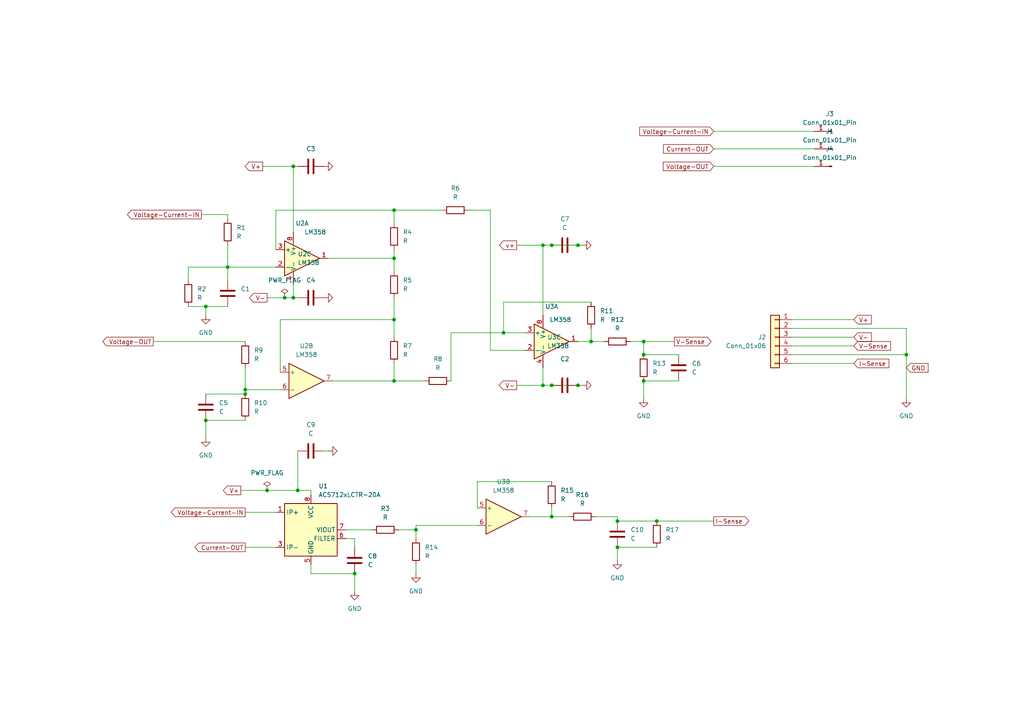
<source format=kicad_sch>
(kicad_sch (version 20230121) (generator eeschema)

  (uuid 0ec665bb-4c6d-4665-8cd1-567efc138aee)

  (paper "A4")

  (lib_symbols
    (symbol "Amplifier_Operational:LM358" (pin_names (offset 0.127)) (in_bom yes) (on_board yes)
      (property "Reference" "U" (at 0 5.08 0)
        (effects (font (size 1.27 1.27)) (justify left))
      )
      (property "Value" "LM358" (at 0 -5.08 0)
        (effects (font (size 1.27 1.27)) (justify left))
      )
      (property "Footprint" "" (at 0 0 0)
        (effects (font (size 1.27 1.27)) hide)
      )
      (property "Datasheet" "http://www.ti.com/lit/ds/symlink/lm2904-n.pdf" (at 0 0 0)
        (effects (font (size 1.27 1.27)) hide)
      )
      (property "ki_locked" "" (at 0 0 0)
        (effects (font (size 1.27 1.27)))
      )
      (property "ki_keywords" "dual opamp" (at 0 0 0)
        (effects (font (size 1.27 1.27)) hide)
      )
      (property "ki_description" "Low-Power, Dual Operational Amplifiers, DIP-8/SOIC-8/TO-99-8" (at 0 0 0)
        (effects (font (size 1.27 1.27)) hide)
      )
      (property "ki_fp_filters" "SOIC*3.9x4.9mm*P1.27mm* DIP*W7.62mm* TO*99* OnSemi*Micro8* TSSOP*3x3mm*P0.65mm* TSSOP*4.4x3mm*P0.65mm* MSOP*3x3mm*P0.65mm* SSOP*3.9x4.9mm*P0.635mm* LFCSP*2x2mm*P0.5mm* *SIP* SOIC*5.3x6.2mm*P1.27mm*" (at 0 0 0)
        (effects (font (size 1.27 1.27)) hide)
      )
      (symbol "LM358_1_1"
        (polyline
          (pts
            (xy -5.08 5.08)
            (xy 5.08 0)
            (xy -5.08 -5.08)
            (xy -5.08 5.08)
          )
          (stroke (width 0.254) (type default))
          (fill (type background))
        )
        (pin output line (at 7.62 0 180) (length 2.54)
          (name "~" (effects (font (size 1.27 1.27))))
          (number "1" (effects (font (size 1.27 1.27))))
        )
        (pin input line (at -7.62 -2.54 0) (length 2.54)
          (name "-" (effects (font (size 1.27 1.27))))
          (number "2" (effects (font (size 1.27 1.27))))
        )
        (pin input line (at -7.62 2.54 0) (length 2.54)
          (name "+" (effects (font (size 1.27 1.27))))
          (number "3" (effects (font (size 1.27 1.27))))
        )
      )
      (symbol "LM358_2_1"
        (polyline
          (pts
            (xy -5.08 5.08)
            (xy 5.08 0)
            (xy -5.08 -5.08)
            (xy -5.08 5.08)
          )
          (stroke (width 0.254) (type default))
          (fill (type background))
        )
        (pin input line (at -7.62 2.54 0) (length 2.54)
          (name "+" (effects (font (size 1.27 1.27))))
          (number "5" (effects (font (size 1.27 1.27))))
        )
        (pin input line (at -7.62 -2.54 0) (length 2.54)
          (name "-" (effects (font (size 1.27 1.27))))
          (number "6" (effects (font (size 1.27 1.27))))
        )
        (pin output line (at 7.62 0 180) (length 2.54)
          (name "~" (effects (font (size 1.27 1.27))))
          (number "7" (effects (font (size 1.27 1.27))))
        )
      )
      (symbol "LM358_3_1"
        (pin power_in line (at -2.54 -7.62 90) (length 3.81)
          (name "V-" (effects (font (size 1.27 1.27))))
          (number "4" (effects (font (size 1.27 1.27))))
        )
        (pin power_in line (at -2.54 7.62 270) (length 3.81)
          (name "V+" (effects (font (size 1.27 1.27))))
          (number "8" (effects (font (size 1.27 1.27))))
        )
      )
    )
    (symbol "Connector:Conn_01x01_Pin" (pin_names (offset 1.016) hide) (in_bom yes) (on_board yes)
      (property "Reference" "J" (at 0 2.54 0)
        (effects (font (size 1.27 1.27)))
      )
      (property "Value" "Conn_01x01_Pin" (at 0 -2.54 0)
        (effects (font (size 1.27 1.27)))
      )
      (property "Footprint" "" (at 0 0 0)
        (effects (font (size 1.27 1.27)) hide)
      )
      (property "Datasheet" "~" (at 0 0 0)
        (effects (font (size 1.27 1.27)) hide)
      )
      (property "ki_locked" "" (at 0 0 0)
        (effects (font (size 1.27 1.27)))
      )
      (property "ki_keywords" "connector" (at 0 0 0)
        (effects (font (size 1.27 1.27)) hide)
      )
      (property "ki_description" "Generic connector, single row, 01x01, script generated" (at 0 0 0)
        (effects (font (size 1.27 1.27)) hide)
      )
      (property "ki_fp_filters" "Connector*:*_1x??_*" (at 0 0 0)
        (effects (font (size 1.27 1.27)) hide)
      )
      (symbol "Conn_01x01_Pin_1_1"
        (polyline
          (pts
            (xy 1.27 0)
            (xy 0.8636 0)
          )
          (stroke (width 0.1524) (type default))
          (fill (type none))
        )
        (rectangle (start 0.8636 0.127) (end 0 -0.127)
          (stroke (width 0.1524) (type default))
          (fill (type outline))
        )
        (pin passive line (at 5.08 0 180) (length 3.81)
          (name "Pin_1" (effects (font (size 1.27 1.27))))
          (number "1" (effects (font (size 1.27 1.27))))
        )
      )
    )
    (symbol "Connector_Generic:Conn_01x06" (pin_names (offset 1.016) hide) (in_bom yes) (on_board yes)
      (property "Reference" "J" (at 0 7.62 0)
        (effects (font (size 1.27 1.27)))
      )
      (property "Value" "Conn_01x06" (at 0 -10.16 0)
        (effects (font (size 1.27 1.27)))
      )
      (property "Footprint" "" (at 0 0 0)
        (effects (font (size 1.27 1.27)) hide)
      )
      (property "Datasheet" "~" (at 0 0 0)
        (effects (font (size 1.27 1.27)) hide)
      )
      (property "ki_keywords" "connector" (at 0 0 0)
        (effects (font (size 1.27 1.27)) hide)
      )
      (property "ki_description" "Generic connector, single row, 01x06, script generated (kicad-library-utils/schlib/autogen/connector/)" (at 0 0 0)
        (effects (font (size 1.27 1.27)) hide)
      )
      (property "ki_fp_filters" "Connector*:*_1x??_*" (at 0 0 0)
        (effects (font (size 1.27 1.27)) hide)
      )
      (symbol "Conn_01x06_1_1"
        (rectangle (start -1.27 -7.493) (end 0 -7.747)
          (stroke (width 0.1524) (type default))
          (fill (type none))
        )
        (rectangle (start -1.27 -4.953) (end 0 -5.207)
          (stroke (width 0.1524) (type default))
          (fill (type none))
        )
        (rectangle (start -1.27 -2.413) (end 0 -2.667)
          (stroke (width 0.1524) (type default))
          (fill (type none))
        )
        (rectangle (start -1.27 0.127) (end 0 -0.127)
          (stroke (width 0.1524) (type default))
          (fill (type none))
        )
        (rectangle (start -1.27 2.667) (end 0 2.413)
          (stroke (width 0.1524) (type default))
          (fill (type none))
        )
        (rectangle (start -1.27 5.207) (end 0 4.953)
          (stroke (width 0.1524) (type default))
          (fill (type none))
        )
        (rectangle (start -1.27 6.35) (end 1.27 -8.89)
          (stroke (width 0.254) (type default))
          (fill (type background))
        )
        (pin passive line (at -5.08 5.08 0) (length 3.81)
          (name "Pin_1" (effects (font (size 1.27 1.27))))
          (number "1" (effects (font (size 1.27 1.27))))
        )
        (pin passive line (at -5.08 2.54 0) (length 3.81)
          (name "Pin_2" (effects (font (size 1.27 1.27))))
          (number "2" (effects (font (size 1.27 1.27))))
        )
        (pin passive line (at -5.08 0 0) (length 3.81)
          (name "Pin_3" (effects (font (size 1.27 1.27))))
          (number "3" (effects (font (size 1.27 1.27))))
        )
        (pin passive line (at -5.08 -2.54 0) (length 3.81)
          (name "Pin_4" (effects (font (size 1.27 1.27))))
          (number "4" (effects (font (size 1.27 1.27))))
        )
        (pin passive line (at -5.08 -5.08 0) (length 3.81)
          (name "Pin_5" (effects (font (size 1.27 1.27))))
          (number "5" (effects (font (size 1.27 1.27))))
        )
        (pin passive line (at -5.08 -7.62 0) (length 3.81)
          (name "Pin_6" (effects (font (size 1.27 1.27))))
          (number "6" (effects (font (size 1.27 1.27))))
        )
      )
    )
    (symbol "Device:C" (pin_numbers hide) (pin_names (offset 0.254)) (in_bom yes) (on_board yes)
      (property "Reference" "C" (at 0.635 2.54 0)
        (effects (font (size 1.27 1.27)) (justify left))
      )
      (property "Value" "C" (at 0.635 -2.54 0)
        (effects (font (size 1.27 1.27)) (justify left))
      )
      (property "Footprint" "" (at 0.9652 -3.81 0)
        (effects (font (size 1.27 1.27)) hide)
      )
      (property "Datasheet" "~" (at 0 0 0)
        (effects (font (size 1.27 1.27)) hide)
      )
      (property "ki_keywords" "cap capacitor" (at 0 0 0)
        (effects (font (size 1.27 1.27)) hide)
      )
      (property "ki_description" "Unpolarized capacitor" (at 0 0 0)
        (effects (font (size 1.27 1.27)) hide)
      )
      (property "ki_fp_filters" "C_*" (at 0 0 0)
        (effects (font (size 1.27 1.27)) hide)
      )
      (symbol "C_0_1"
        (polyline
          (pts
            (xy -2.032 -0.762)
            (xy 2.032 -0.762)
          )
          (stroke (width 0.508) (type default))
          (fill (type none))
        )
        (polyline
          (pts
            (xy -2.032 0.762)
            (xy 2.032 0.762)
          )
          (stroke (width 0.508) (type default))
          (fill (type none))
        )
      )
      (symbol "C_1_1"
        (pin passive line (at 0 3.81 270) (length 2.794)
          (name "~" (effects (font (size 1.27 1.27))))
          (number "1" (effects (font (size 1.27 1.27))))
        )
        (pin passive line (at 0 -3.81 90) (length 2.794)
          (name "~" (effects (font (size 1.27 1.27))))
          (number "2" (effects (font (size 1.27 1.27))))
        )
      )
    )
    (symbol "Device:R" (pin_numbers hide) (pin_names (offset 0)) (in_bom yes) (on_board yes)
      (property "Reference" "R" (at 2.032 0 90)
        (effects (font (size 1.27 1.27)))
      )
      (property "Value" "R" (at 0 0 90)
        (effects (font (size 1.27 1.27)))
      )
      (property "Footprint" "" (at -1.778 0 90)
        (effects (font (size 1.27 1.27)) hide)
      )
      (property "Datasheet" "~" (at 0 0 0)
        (effects (font (size 1.27 1.27)) hide)
      )
      (property "ki_keywords" "R res resistor" (at 0 0 0)
        (effects (font (size 1.27 1.27)) hide)
      )
      (property "ki_description" "Resistor" (at 0 0 0)
        (effects (font (size 1.27 1.27)) hide)
      )
      (property "ki_fp_filters" "R_*" (at 0 0 0)
        (effects (font (size 1.27 1.27)) hide)
      )
      (symbol "R_0_1"
        (rectangle (start -1.016 -2.54) (end 1.016 2.54)
          (stroke (width 0.254) (type default))
          (fill (type none))
        )
      )
      (symbol "R_1_1"
        (pin passive line (at 0 3.81 270) (length 1.27)
          (name "~" (effects (font (size 1.27 1.27))))
          (number "1" (effects (font (size 1.27 1.27))))
        )
        (pin passive line (at 0 -3.81 90) (length 1.27)
          (name "~" (effects (font (size 1.27 1.27))))
          (number "2" (effects (font (size 1.27 1.27))))
        )
      )
    )
    (symbol "Sensor_Current:ACS712xLCTR-20A" (in_bom yes) (on_board yes)
      (property "Reference" "U" (at 2.54 11.43 0)
        (effects (font (size 1.27 1.27)) (justify left))
      )
      (property "Value" "ACS712xLCTR-20A" (at 2.54 8.89 0)
        (effects (font (size 1.27 1.27)) (justify left))
      )
      (property "Footprint" "Package_SO:SOIC-8_3.9x4.9mm_P1.27mm" (at 2.54 -8.89 0)
        (effects (font (size 1.27 1.27) italic) (justify left) hide)
      )
      (property "Datasheet" "http://www.allegromicro.com/~/media/Files/Datasheets/ACS712-Datasheet.ashx?la=en" (at 0 0 0)
        (effects (font (size 1.27 1.27)) hide)
      )
      (property "ki_keywords" "hall effect current monitor sensor isolated" (at 0 0 0)
        (effects (font (size 1.27 1.27)) hide)
      )
      (property "ki_description" "±20A Bidirectional Hall-Effect Current Sensor, +5.0V supply, 100mV/A, SOIC-8" (at 0 0 0)
        (effects (font (size 1.27 1.27)) hide)
      )
      (property "ki_fp_filters" "SOIC*3.9x4.9m*P1.27mm*" (at 0 0 0)
        (effects (font (size 1.27 1.27)) hide)
      )
      (symbol "ACS712xLCTR-20A_0_1"
        (rectangle (start -7.62 7.62) (end 7.62 -7.62)
          (stroke (width 0.254) (type default))
          (fill (type background))
        )
      )
      (symbol "ACS712xLCTR-20A_1_1"
        (pin passive line (at -10.16 5.08 0) (length 2.54)
          (name "IP+" (effects (font (size 1.27 1.27))))
          (number "1" (effects (font (size 1.27 1.27))))
        )
        (pin passive line (at -10.16 5.08 0) (length 2.54) hide
          (name "IP+" (effects (font (size 1.27 1.27))))
          (number "2" (effects (font (size 1.27 1.27))))
        )
        (pin passive line (at -10.16 -5.08 0) (length 2.54)
          (name "IP-" (effects (font (size 1.27 1.27))))
          (number "3" (effects (font (size 1.27 1.27))))
        )
        (pin passive line (at -10.16 -5.08 0) (length 2.54) hide
          (name "IP-" (effects (font (size 1.27 1.27))))
          (number "4" (effects (font (size 1.27 1.27))))
        )
        (pin power_in line (at 0 -10.16 90) (length 2.54)
          (name "GND" (effects (font (size 1.27 1.27))))
          (number "5" (effects (font (size 1.27 1.27))))
        )
        (pin passive line (at 10.16 -2.54 180) (length 2.54)
          (name "FILTER" (effects (font (size 1.27 1.27))))
          (number "6" (effects (font (size 1.27 1.27))))
        )
        (pin output line (at 10.16 0 180) (length 2.54)
          (name "VIOUT" (effects (font (size 1.27 1.27))))
          (number "7" (effects (font (size 1.27 1.27))))
        )
        (pin power_in line (at 0 10.16 270) (length 2.54)
          (name "VCC" (effects (font (size 1.27 1.27))))
          (number "8" (effects (font (size 1.27 1.27))))
        )
      )
    )
    (symbol "power:GND" (power) (pin_names (offset 0)) (in_bom yes) (on_board yes)
      (property "Reference" "#PWR" (at 0 -6.35 0)
        (effects (font (size 1.27 1.27)) hide)
      )
      (property "Value" "GND" (at 0 -3.81 0)
        (effects (font (size 1.27 1.27)))
      )
      (property "Footprint" "" (at 0 0 0)
        (effects (font (size 1.27 1.27)) hide)
      )
      (property "Datasheet" "" (at 0 0 0)
        (effects (font (size 1.27 1.27)) hide)
      )
      (property "ki_keywords" "global power" (at 0 0 0)
        (effects (font (size 1.27 1.27)) hide)
      )
      (property "ki_description" "Power symbol creates a global label with name \"GND\" , ground" (at 0 0 0)
        (effects (font (size 1.27 1.27)) hide)
      )
      (symbol "GND_0_1"
        (polyline
          (pts
            (xy 0 0)
            (xy 0 -1.27)
            (xy 1.27 -1.27)
            (xy 0 -2.54)
            (xy -1.27 -1.27)
            (xy 0 -1.27)
          )
          (stroke (width 0) (type default))
          (fill (type none))
        )
      )
      (symbol "GND_1_1"
        (pin power_in line (at 0 0 270) (length 0) hide
          (name "GND" (effects (font (size 1.27 1.27))))
          (number "1" (effects (font (size 1.27 1.27))))
        )
      )
    )
    (symbol "power:PWR_FLAG" (power) (pin_numbers hide) (pin_names (offset 0) hide) (in_bom yes) (on_board yes)
      (property "Reference" "#FLG" (at 0 1.905 0)
        (effects (font (size 1.27 1.27)) hide)
      )
      (property "Value" "PWR_FLAG" (at 0 3.81 0)
        (effects (font (size 1.27 1.27)))
      )
      (property "Footprint" "" (at 0 0 0)
        (effects (font (size 1.27 1.27)) hide)
      )
      (property "Datasheet" "~" (at 0 0 0)
        (effects (font (size 1.27 1.27)) hide)
      )
      (property "ki_keywords" "flag power" (at 0 0 0)
        (effects (font (size 1.27 1.27)) hide)
      )
      (property "ki_description" "Special symbol for telling ERC where power comes from" (at 0 0 0)
        (effects (font (size 1.27 1.27)) hide)
      )
      (symbol "PWR_FLAG_0_0"
        (pin power_out line (at 0 0 90) (length 0)
          (name "pwr" (effects (font (size 1.27 1.27))))
          (number "1" (effects (font (size 1.27 1.27))))
        )
      )
      (symbol "PWR_FLAG_0_1"
        (polyline
          (pts
            (xy 0 0)
            (xy 0 1.27)
            (xy -1.016 1.905)
            (xy 0 2.54)
            (xy 1.016 1.905)
            (xy 0 1.27)
          )
          (stroke (width 0) (type default))
          (fill (type none))
        )
      )
    )
  )

  (junction (at 262.89 102.87) (diameter 0) (color 0 0 0 0)
    (uuid 028334dd-c3f2-4ded-b3c5-cd81f5cf4636)
  )
  (junction (at 171.45 99.06) (diameter 0) (color 0 0 0 0)
    (uuid 0eff1295-cba6-4393-a7b2-13ac7aa0ea00)
  )
  (junction (at 160.02 149.86) (diameter 0) (color 0 0 0 0)
    (uuid 15205de5-3553-4b83-82ae-e171daa65621)
  )
  (junction (at 77.47 142.24) (diameter 0) (color 0 0 0 0)
    (uuid 1e5dddd2-d5ae-42ac-a6c6-fb11b243ce85)
  )
  (junction (at 114.3 110.49) (diameter 0) (color 0 0 0 0)
    (uuid 21f94f09-12e1-4b68-b765-316dd6a430f4)
  )
  (junction (at 157.48 111.76) (diameter 0) (color 0 0 0 0)
    (uuid 291d7dfd-e01a-4e8e-b78d-469a6a75acbd)
  )
  (junction (at 120.65 153.67) (diameter 0) (color 0 0 0 0)
    (uuid 3b303538-2e83-4f8d-b4fb-a1b24b105992)
  )
  (junction (at 167.64 111.76) (diameter 0) (color 0 0 0 0)
    (uuid 43caf06b-ef1e-4cbf-92e0-ed1823244202)
  )
  (junction (at 114.3 74.93) (diameter 0) (color 0 0 0 0)
    (uuid 46f7170b-5f4e-4466-91a1-8b211996a422)
  )
  (junction (at 114.3 92.71) (diameter 0) (color 0 0 0 0)
    (uuid 4db06833-e635-4a22-9d95-56e8e297ffb6)
  )
  (junction (at 71.12 113.03) (diameter 0) (color 0 0 0 0)
    (uuid 4dc20af2-336a-41f3-8f90-b3d0fbf13843)
  )
  (junction (at 146.05 96.52) (diameter 0) (color 0 0 0 0)
    (uuid 54890ed9-2a99-48db-80cf-36b1ffa9fb9d)
  )
  (junction (at 66.04 77.47) (diameter 0) (color 0 0 0 0)
    (uuid 6434e8fd-1dff-4561-9e2c-19c96e065afd)
  )
  (junction (at 160.02 111.76) (diameter 0) (color 0 0 0 0)
    (uuid 66822bd8-5ce0-482a-b72a-d15d361c0dc6)
  )
  (junction (at 186.69 102.87) (diameter 0) (color 0 0 0 0)
    (uuid 6f2c2473-c0ac-497a-96e0-5a36a46fcb56)
  )
  (junction (at 179.07 158.75) (diameter 0) (color 0 0 0 0)
    (uuid 764c47c1-3253-4c5f-8379-d61b54719098)
  )
  (junction (at 86.36 142.24) (diameter 0) (color 0 0 0 0)
    (uuid 7a3ed843-0889-4b9f-a7e6-75061d66430c)
  )
  (junction (at 167.64 71.12) (diameter 0) (color 0 0 0 0)
    (uuid 93a34051-51ce-40df-8701-20ecf82bbba8)
  )
  (junction (at 85.09 48.26) (diameter 0) (color 0 0 0 0)
    (uuid 9c155e70-4484-4c25-b8ab-15198e7da15d)
  )
  (junction (at 157.48 71.12) (diameter 0) (color 0 0 0 0)
    (uuid a384211e-da57-40a7-822e-51585464fbba)
  )
  (junction (at 114.3 60.96) (diameter 0) (color 0 0 0 0)
    (uuid a439e971-4796-48dc-a442-fd1ad318fc95)
  )
  (junction (at 186.69 110.49) (diameter 0) (color 0 0 0 0)
    (uuid a4ff3ab1-9af8-40c2-841a-a9cb92c7ca5a)
  )
  (junction (at 59.69 121.92) (diameter 0) (color 0 0 0 0)
    (uuid a69dbee9-eb2c-407b-96b0-75224d5bbf87)
  )
  (junction (at 190.5 151.13) (diameter 0) (color 0 0 0 0)
    (uuid af434c82-f3ab-4d7c-ba71-0a462f9000fa)
  )
  (junction (at 71.12 114.3) (diameter 0) (color 0 0 0 0)
    (uuid af8a5905-0eb4-4561-8732-184bbf050b49)
  )
  (junction (at 179.07 151.13) (diameter 0) (color 0 0 0 0)
    (uuid b1783354-d6fc-4050-88a8-f00e82b54c5c)
  )
  (junction (at 160.02 71.12) (diameter 0) (color 0 0 0 0)
    (uuid cfe5d4b2-765a-4075-b999-e70d1e82b9d6)
  )
  (junction (at 186.69 99.06) (diameter 0) (color 0 0 0 0)
    (uuid d915aa01-245c-4514-b8c4-147430e78f26)
  )
  (junction (at 102.87 166.37) (diameter 0) (color 0 0 0 0)
    (uuid dd57caa8-95b2-44de-9e5d-16f6b4a694c8)
  )
  (junction (at 59.69 88.9) (diameter 0) (color 0 0 0 0)
    (uuid ebc2d779-adc1-484e-82c8-1d78ace9fad2)
  )
  (junction (at 85.09 86.36) (diameter 0) (color 0 0 0 0)
    (uuid f2b11cf7-54b8-4c54-94a0-1579832c3820)
  )
  (junction (at 82.55 86.36) (diameter 0) (color 0 0 0 0)
    (uuid ff5fb83d-916c-4059-b7e3-d5b44c4b4950)
  )

  (wire (pts (xy 138.43 147.32) (xy 138.43 139.7))
    (stroke (width 0) (type default))
    (uuid 01032f70-f752-4856-8721-35a128c3b1e7)
  )
  (wire (pts (xy 172.72 149.86) (xy 179.07 149.86))
    (stroke (width 0) (type default))
    (uuid 02bce64d-d5d8-4754-9250-e53cee717332)
  )
  (wire (pts (xy 186.69 102.87) (xy 196.85 102.87))
    (stroke (width 0) (type default))
    (uuid 040cbe80-f0ed-4eda-a89f-48ff66762bbb)
  )
  (wire (pts (xy 186.69 110.49) (xy 196.85 110.49))
    (stroke (width 0) (type default))
    (uuid 04fe39d5-7599-4e5e-8a97-33e0fb0483ac)
  )
  (wire (pts (xy 149.86 111.76) (xy 157.48 111.76))
    (stroke (width 0) (type default))
    (uuid 05ff6b80-972f-4497-8cbb-e440b0fc687b)
  )
  (wire (pts (xy 229.87 95.25) (xy 262.89 95.25))
    (stroke (width 0) (type default))
    (uuid 063cbe26-cc9a-453e-a006-41bc5441ce20)
  )
  (wire (pts (xy 80.01 60.96) (xy 114.3 60.96))
    (stroke (width 0) (type default))
    (uuid 0a0674f7-bd43-4983-9403-e1a9aa9a5d52)
  )
  (wire (pts (xy 85.09 48.26) (xy 86.36 48.26))
    (stroke (width 0) (type default))
    (uuid 1199bfbc-b6c4-4366-ad74-ccb863377ecd)
  )
  (wire (pts (xy 85.09 48.26) (xy 85.09 67.31))
    (stroke (width 0) (type default))
    (uuid 1663d2f7-426d-432f-9a62-dc95a09d22a2)
  )
  (wire (pts (xy 90.17 143.51) (xy 90.17 142.24))
    (stroke (width 0) (type default))
    (uuid 1684abe5-fcd1-4ee0-9e66-6eba7d48ccfb)
  )
  (wire (pts (xy 207.01 38.1) (xy 236.22 38.1))
    (stroke (width 0) (type default))
    (uuid 1bd2171e-7a3f-45de-b8c3-25098eb47b0b)
  )
  (wire (pts (xy 149.86 71.12) (xy 157.48 71.12))
    (stroke (width 0) (type default))
    (uuid 1c20ab5b-cff0-4fb6-bf9c-0992fb630cb5)
  )
  (wire (pts (xy 160.02 147.32) (xy 160.02 149.86))
    (stroke (width 0) (type default))
    (uuid 1fcad786-0291-44ce-a45d-c83e29f1fd46)
  )
  (wire (pts (xy 157.48 111.76) (xy 160.02 111.76))
    (stroke (width 0) (type default))
    (uuid 1fe43d65-70fc-4272-bc69-cc41d73c51cf)
  )
  (wire (pts (xy 167.64 111.76) (xy 160.02 111.76))
    (stroke (width 0) (type default))
    (uuid 21ad7f02-ab33-4a58-83aa-f7b97677b962)
  )
  (wire (pts (xy 120.65 152.4) (xy 120.65 153.67))
    (stroke (width 0) (type default))
    (uuid 226c6156-ac5c-44cb-b563-a9636c2e4436)
  )
  (wire (pts (xy 114.3 105.41) (xy 114.3 110.49))
    (stroke (width 0) (type default))
    (uuid 25a306b0-4b12-4885-a34a-64a425570037)
  )
  (wire (pts (xy 186.69 110.49) (xy 186.69 115.57))
    (stroke (width 0) (type default))
    (uuid 26def74b-b044-461c-a36f-3c6e2d903279)
  )
  (wire (pts (xy 102.87 166.37) (xy 102.87 171.45))
    (stroke (width 0) (type default))
    (uuid 282d4d55-4b69-49fe-a993-b7f89683df9d)
  )
  (wire (pts (xy 179.07 158.75) (xy 190.5 158.75))
    (stroke (width 0) (type default))
    (uuid 2c36371b-c963-453d-b132-83310b9e42ad)
  )
  (wire (pts (xy 114.3 92.71) (xy 114.3 97.79))
    (stroke (width 0) (type default))
    (uuid 2cbf2efb-04c8-43a8-95b8-116eb1c8dae6)
  )
  (wire (pts (xy 146.05 87.63) (xy 171.45 87.63))
    (stroke (width 0) (type default))
    (uuid 2d8e051f-b0db-4304-aa05-091fc30c8e48)
  )
  (wire (pts (xy 157.48 71.12) (xy 157.48 91.44))
    (stroke (width 0) (type default))
    (uuid 2da328c5-5500-4b0f-aede-d180fae42c33)
  )
  (wire (pts (xy 114.3 60.96) (xy 128.27 60.96))
    (stroke (width 0) (type default))
    (uuid 327cb26d-a525-4f4d-8f5f-68f3e576565f)
  )
  (wire (pts (xy 54.61 77.47) (xy 66.04 77.47))
    (stroke (width 0) (type default))
    (uuid 335856f7-adb5-462e-89e5-904203e2c838)
  )
  (wire (pts (xy 167.64 71.12) (xy 160.02 71.12))
    (stroke (width 0) (type default))
    (uuid 37185788-2aa8-4ace-ae6f-2400760383c3)
  )
  (wire (pts (xy 76.2 48.26) (xy 85.09 48.26))
    (stroke (width 0) (type default))
    (uuid 3b849ad8-dda2-4c82-bc45-a01080a5e59b)
  )
  (wire (pts (xy 130.81 96.52) (xy 146.05 96.52))
    (stroke (width 0) (type default))
    (uuid 3d83b68d-9dcc-4223-90b4-e9b60cd008e3)
  )
  (wire (pts (xy 142.24 101.6) (xy 142.24 60.96))
    (stroke (width 0) (type default))
    (uuid 3dbab9de-757c-4372-9043-bd1b306daf38)
  )
  (wire (pts (xy 146.05 96.52) (xy 152.4 96.52))
    (stroke (width 0) (type default))
    (uuid 40075972-6190-4cac-aaa5-871759cde4b1)
  )
  (wire (pts (xy 229.87 102.87) (xy 262.89 102.87))
    (stroke (width 0) (type default))
    (uuid 41ce5c71-1d3f-4111-b30c-2db41dd627c2)
  )
  (wire (pts (xy 86.36 130.81) (xy 86.36 142.24))
    (stroke (width 0) (type default))
    (uuid 41d98f28-33c1-4779-b460-bad3e8c965ad)
  )
  (wire (pts (xy 182.88 99.06) (xy 186.69 99.06))
    (stroke (width 0) (type default))
    (uuid 44c139b9-f602-429e-9911-e65a517f19d9)
  )
  (wire (pts (xy 229.87 105.41) (xy 247.65 105.41))
    (stroke (width 0) (type default))
    (uuid 44e05b71-9772-4065-b4e8-b9d63e70a86f)
  )
  (wire (pts (xy 229.87 92.71) (xy 247.65 92.71))
    (stroke (width 0) (type default))
    (uuid 481a86db-f1cd-46f4-844c-aed44871a0d9)
  )
  (wire (pts (xy 179.07 151.13) (xy 190.5 151.13))
    (stroke (width 0) (type default))
    (uuid 49f46826-7307-41b2-9f24-4ea4078d7f09)
  )
  (wire (pts (xy 95.25 74.93) (xy 114.3 74.93))
    (stroke (width 0) (type default))
    (uuid 4b939e78-7e7d-4898-9e53-abb49d27fc79)
  )
  (wire (pts (xy 90.17 166.37) (xy 102.87 166.37))
    (stroke (width 0) (type default))
    (uuid 55f43a84-c2ca-4b2c-b0a6-0da32329bbfb)
  )
  (wire (pts (xy 157.48 71.12) (xy 160.02 71.12))
    (stroke (width 0) (type default))
    (uuid 58174835-ac0d-4677-b49d-e078250ce76a)
  )
  (wire (pts (xy 81.28 92.71) (xy 114.3 92.71))
    (stroke (width 0) (type default))
    (uuid 5997ed80-0eec-436e-b6f5-02329e2ccbe6)
  )
  (wire (pts (xy 138.43 139.7) (xy 160.02 139.7))
    (stroke (width 0) (type default))
    (uuid 5e330979-22d7-4795-9430-e676dc88261f)
  )
  (wire (pts (xy 54.61 77.47) (xy 54.61 81.28))
    (stroke (width 0) (type default))
    (uuid 6581a4b5-9ade-417f-ac45-3a8385aac65b)
  )
  (wire (pts (xy 262.89 102.87) (xy 262.89 115.57))
    (stroke (width 0) (type default))
    (uuid 683eb621-c2f4-40a0-8124-65d364e10f76)
  )
  (wire (pts (xy 71.12 113.03) (xy 81.28 113.03))
    (stroke (width 0) (type default))
    (uuid 691cd261-a56c-4980-b24f-9293e2fd0f51)
  )
  (wire (pts (xy 59.69 88.9) (xy 66.04 88.9))
    (stroke (width 0) (type default))
    (uuid 6de8a317-6565-4bdb-b238-6d0e54c25bd5)
  )
  (wire (pts (xy 90.17 163.83) (xy 90.17 166.37))
    (stroke (width 0) (type default))
    (uuid 6e98fed4-37e6-44ff-aa24-e2a1a8ed3fbe)
  )
  (wire (pts (xy 229.87 97.79) (xy 247.65 97.79))
    (stroke (width 0) (type default))
    (uuid 6f6ad62b-04a7-4127-a8ac-5f60633c2f94)
  )
  (wire (pts (xy 93.98 130.81) (xy 95.25 130.81))
    (stroke (width 0) (type default))
    (uuid 71901360-db44-402a-a533-48adead5e84d)
  )
  (wire (pts (xy 153.67 149.86) (xy 160.02 149.86))
    (stroke (width 0) (type default))
    (uuid 72cf49c1-319d-4151-8bdc-06baad015897)
  )
  (wire (pts (xy 77.47 142.24) (xy 86.36 142.24))
    (stroke (width 0) (type default))
    (uuid 76291343-a341-4dd2-8592-aa9a12ea35ae)
  )
  (wire (pts (xy 81.28 107.95) (xy 81.28 92.71))
    (stroke (width 0) (type default))
    (uuid 7678e415-108e-4724-b2fb-d5d0bd8b80c3)
  )
  (wire (pts (xy 114.3 74.93) (xy 114.3 78.74))
    (stroke (width 0) (type default))
    (uuid 775b87d5-a5e5-4535-a52d-05a2ee7e1de7)
  )
  (wire (pts (xy 77.47 86.36) (xy 82.55 86.36))
    (stroke (width 0) (type default))
    (uuid 79250bb9-e165-40d1-a1a1-544ccf14b491)
  )
  (wire (pts (xy 66.04 71.12) (xy 66.04 77.47))
    (stroke (width 0) (type default))
    (uuid 7b75b091-4a7e-4333-9aca-be66613316ed)
  )
  (wire (pts (xy 71.12 148.59) (xy 80.01 148.59))
    (stroke (width 0) (type default))
    (uuid 7d2bc1e6-df2e-43fe-a92e-7bd6ff319046)
  )
  (wire (pts (xy 100.33 156.21) (xy 102.87 156.21))
    (stroke (width 0) (type default))
    (uuid 7fe0bfe8-06d5-4573-a27d-792679912bef)
  )
  (wire (pts (xy 138.43 152.4) (xy 120.65 152.4))
    (stroke (width 0) (type default))
    (uuid 806061ed-a11a-47cd-abdb-c9418163e285)
  )
  (wire (pts (xy 142.24 101.6) (xy 152.4 101.6))
    (stroke (width 0) (type default))
    (uuid 814d9e11-96f9-48a4-8929-a222c100d4dc)
  )
  (wire (pts (xy 179.07 149.86) (xy 179.07 151.13))
    (stroke (width 0) (type default))
    (uuid 8a83eda8-bdc5-40f9-902a-93f4fdbbc358)
  )
  (wire (pts (xy 167.64 111.76) (xy 168.91 111.76))
    (stroke (width 0) (type default))
    (uuid 8b61fcb1-b498-4d53-b6b2-c4658efd2d87)
  )
  (wire (pts (xy 262.89 95.25) (xy 262.89 102.87))
    (stroke (width 0) (type default))
    (uuid 91e84f38-a0e3-4021-b4aa-2f8dbe832d4e)
  )
  (wire (pts (xy 80.01 72.39) (xy 80.01 60.96))
    (stroke (width 0) (type default))
    (uuid 92de4499-55d7-4ca6-a61f-e34982d0d6ed)
  )
  (wire (pts (xy 59.69 121.92) (xy 59.69 127))
    (stroke (width 0) (type default))
    (uuid 94c6bcdf-ace2-4381-94e3-702e0c4b96bd)
  )
  (wire (pts (xy 171.45 95.25) (xy 171.45 99.06))
    (stroke (width 0) (type default))
    (uuid 951ea67b-b4ec-4a40-914f-a50d9f7d207c)
  )
  (wire (pts (xy 114.3 86.36) (xy 114.3 92.71))
    (stroke (width 0) (type default))
    (uuid 991b22b6-0fbf-4f0b-aca4-f4b532afe8b4)
  )
  (wire (pts (xy 66.04 62.23) (xy 66.04 63.5))
    (stroke (width 0) (type default))
    (uuid 99c32881-5211-4926-8c07-3662e72eabc2)
  )
  (wire (pts (xy 207.01 48.26) (xy 236.22 48.26))
    (stroke (width 0) (type default))
    (uuid 9c791c48-b8a0-4f34-a52b-ae8e1daeeb61)
  )
  (wire (pts (xy 167.64 99.06) (xy 171.45 99.06))
    (stroke (width 0) (type default))
    (uuid 9c9d81a0-5e46-4797-b79e-2dbc2029417e)
  )
  (wire (pts (xy 229.87 100.33) (xy 247.65 100.33))
    (stroke (width 0) (type default))
    (uuid 9cb7748c-751b-40ba-a7bc-dbd7a8bea204)
  )
  (wire (pts (xy 207.01 43.18) (xy 236.22 43.18))
    (stroke (width 0) (type default))
    (uuid 9fd2dd69-d32c-43dc-9b52-fef739e05833)
  )
  (wire (pts (xy 114.3 110.49) (xy 123.19 110.49))
    (stroke (width 0) (type default))
    (uuid a1947af3-bdf4-4781-862e-246cdd0dcd84)
  )
  (wire (pts (xy 160.02 149.86) (xy 165.1 149.86))
    (stroke (width 0) (type default))
    (uuid a2f8a212-c335-410d-b70c-71ad0ba9f2ee)
  )
  (wire (pts (xy 59.69 121.92) (xy 71.12 121.92))
    (stroke (width 0) (type default))
    (uuid aa104cd9-1418-43bd-98cb-cb2095517ece)
  )
  (wire (pts (xy 82.55 86.36) (xy 85.09 86.36))
    (stroke (width 0) (type default))
    (uuid ad921989-c45c-437e-bfe2-6ea9b4ab9ba3)
  )
  (wire (pts (xy 66.04 77.47) (xy 66.04 81.28))
    (stroke (width 0) (type default))
    (uuid b7d22988-e5f5-41f5-bfbe-8bdd3653f3ce)
  )
  (wire (pts (xy 146.05 87.63) (xy 146.05 96.52))
    (stroke (width 0) (type default))
    (uuid b83fc341-c754-4d30-8346-510aadf27a3e)
  )
  (wire (pts (xy 44.45 99.06) (xy 71.12 99.06))
    (stroke (width 0) (type default))
    (uuid b8eb93c3-4e7d-4539-a0a8-690c6d9afad4)
  )
  (wire (pts (xy 120.65 153.67) (xy 120.65 156.21))
    (stroke (width 0) (type default))
    (uuid baa16983-f1f2-4cc4-8318-cd723d60d482)
  )
  (wire (pts (xy 85.09 86.36) (xy 86.36 86.36))
    (stroke (width 0) (type default))
    (uuid bcb2b5b0-ce23-4f11-b058-6fb2090b5295)
  )
  (wire (pts (xy 157.48 106.68) (xy 157.48 111.76))
    (stroke (width 0) (type default))
    (uuid bd4410b9-307b-4a0e-9159-eb69167e7d83)
  )
  (wire (pts (xy 114.3 64.77) (xy 114.3 60.96))
    (stroke (width 0) (type default))
    (uuid bed8c97f-6c05-46da-8797-e421da07b6a3)
  )
  (wire (pts (xy 59.69 114.3) (xy 71.12 114.3))
    (stroke (width 0) (type default))
    (uuid c1e58bb5-e16c-49df-90f7-de71942fdd52)
  )
  (wire (pts (xy 114.3 74.93) (xy 114.3 72.39))
    (stroke (width 0) (type default))
    (uuid c311c464-6261-45c3-bae3-b6041df1dc7a)
  )
  (wire (pts (xy 120.65 163.83) (xy 120.65 166.37))
    (stroke (width 0) (type default))
    (uuid c52a46d8-1169-45f3-aa32-763123141840)
  )
  (wire (pts (xy 71.12 113.03) (xy 71.12 114.3))
    (stroke (width 0) (type default))
    (uuid c9cc3a7f-2705-47bd-8486-52a05c5a5ec7)
  )
  (wire (pts (xy 90.17 142.24) (xy 86.36 142.24))
    (stroke (width 0) (type default))
    (uuid cbb5b4e2-2c2e-4da6-ad04-5e38c7617578)
  )
  (wire (pts (xy 71.12 106.68) (xy 71.12 113.03))
    (stroke (width 0) (type default))
    (uuid cdc41376-d935-4bde-b46d-55c778f6f8b6)
  )
  (wire (pts (xy 100.33 153.67) (xy 107.95 153.67))
    (stroke (width 0) (type default))
    (uuid d095e56e-8236-43f9-b3ac-d7dca86de692)
  )
  (wire (pts (xy 167.64 71.12) (xy 168.91 71.12))
    (stroke (width 0) (type default))
    (uuid d1df424d-f60d-4d60-9a8b-ca462c67dec2)
  )
  (wire (pts (xy 102.87 156.21) (xy 102.87 158.75))
    (stroke (width 0) (type default))
    (uuid d438fec7-2043-4177-ac53-5dc9734f2d4a)
  )
  (wire (pts (xy 171.45 99.06) (xy 175.26 99.06))
    (stroke (width 0) (type default))
    (uuid d4a69462-e008-4c88-9986-92e3dd7545d2)
  )
  (wire (pts (xy 59.69 88.9) (xy 59.69 91.44))
    (stroke (width 0) (type default))
    (uuid d647c11f-2ecb-4556-aae3-46cfcad04158)
  )
  (wire (pts (xy 115.57 153.67) (xy 120.65 153.67))
    (stroke (width 0) (type default))
    (uuid d93c62d0-e0aa-4d39-8388-f9f5da9e9d3d)
  )
  (wire (pts (xy 190.5 151.13) (xy 207.01 151.13))
    (stroke (width 0) (type default))
    (uuid d969b397-3a0f-4981-8ae5-d18fb8671fc0)
  )
  (wire (pts (xy 130.81 96.52) (xy 130.81 110.49))
    (stroke (width 0) (type default))
    (uuid da426269-da7b-4050-ace7-c3804ce7bb77)
  )
  (wire (pts (xy 58.42 62.23) (xy 66.04 62.23))
    (stroke (width 0) (type default))
    (uuid ddbb01ef-f153-4a71-a314-dc73f8f9f464)
  )
  (wire (pts (xy 186.69 99.06) (xy 195.58 99.06))
    (stroke (width 0) (type default))
    (uuid ddf86cda-1341-43e7-8fc2-1efef809a11f)
  )
  (wire (pts (xy 54.61 88.9) (xy 59.69 88.9))
    (stroke (width 0) (type default))
    (uuid de017226-be27-4705-98c4-7f8a068d08e4)
  )
  (wire (pts (xy 96.52 110.49) (xy 114.3 110.49))
    (stroke (width 0) (type default))
    (uuid df32ab93-56f6-448d-9908-d82b8180fc85)
  )
  (wire (pts (xy 71.12 158.75) (xy 80.01 158.75))
    (stroke (width 0) (type default))
    (uuid e5592aba-012a-4acb-b696-7aa4883969fd)
  )
  (wire (pts (xy 186.69 99.06) (xy 186.69 102.87))
    (stroke (width 0) (type default))
    (uuid ece96d87-ea66-4556-94da-406dff2a762e)
  )
  (wire (pts (xy 66.04 77.47) (xy 80.01 77.47))
    (stroke (width 0) (type default))
    (uuid edcb9c0c-b73d-4a8c-8115-ff2bef42400b)
  )
  (wire (pts (xy 85.09 82.55) (xy 85.09 86.36))
    (stroke (width 0) (type default))
    (uuid f073b916-bffc-4ea1-b592-437b1334817e)
  )
  (wire (pts (xy 135.89 60.96) (xy 142.24 60.96))
    (stroke (width 0) (type default))
    (uuid f85a71ac-8478-4ce0-86a6-7849bc07c96e)
  )
  (wire (pts (xy 69.85 142.24) (xy 77.47 142.24))
    (stroke (width 0) (type default))
    (uuid fcaacb74-ced0-4243-9cbb-8572232b5c1e)
  )
  (wire (pts (xy 179.07 158.75) (xy 179.07 162.56))
    (stroke (width 0) (type default))
    (uuid fcac2a8b-80ae-409c-a8bd-abbd1743c91b)
  )

  (global_label "Voltage-OUT" (shape input) (at 207.01 48.26 180) (fields_autoplaced)
    (effects (font (size 1.27 1.27)) (justify right))
    (uuid 09659b67-a058-4748-9e60-bc60192ea30e)
    (property "Intersheetrefs" "${INTERSHEET_REFS}" (at 191.8087 48.26 0)
      (effects (font (size 1.27 1.27)) (justify right) hide)
    )
  )
  (global_label "V+" (shape output) (at 76.2 48.26 180) (fields_autoplaced)
    (effects (font (size 1.27 1.27)) (justify right))
    (uuid 3099493d-9a75-49bf-a267-adb490cff8cc)
    (property "Intersheetrefs" "${INTERSHEET_REFS}" (at 70.5538 48.26 0)
      (effects (font (size 1.27 1.27)) (justify right) hide)
    )
  )
  (global_label "V+" (shape output) (at 69.85 142.24 180) (fields_autoplaced)
    (effects (font (size 1.27 1.27)) (justify right))
    (uuid 4d5ba3c4-4d6d-4114-9c45-b2f8576a5a9d)
    (property "Intersheetrefs" "${INTERSHEET_REFS}" (at 64.2038 142.24 0)
      (effects (font (size 1.27 1.27)) (justify right) hide)
    )
  )
  (global_label "Voltage-Current-IN" (shape output) (at 58.42 62.23 180) (fields_autoplaced)
    (effects (font (size 1.27 1.27)) (justify right))
    (uuid 6bf06345-0123-4388-80a0-548b2b705072)
    (property "Intersheetrefs" "${INTERSHEET_REFS}" (at 36.3849 62.23 0)
      (effects (font (size 1.27 1.27)) (justify right) hide)
    )
  )
  (global_label "Current-OUT" (shape input) (at 207.01 43.18 180) (fields_autoplaced)
    (effects (font (size 1.27 1.27)) (justify right))
    (uuid 70b31ef8-3279-4254-ba59-91c41c095cb6)
    (property "Intersheetrefs" "${INTERSHEET_REFS}" (at 191.8691 43.18 0)
      (effects (font (size 1.27 1.27)) (justify right) hide)
    )
  )
  (global_label "V+" (shape input) (at 247.65 92.71 0) (fields_autoplaced)
    (effects (font (size 1.27 1.27)) (justify left))
    (uuid 87202809-208b-4ee8-9f66-ce9a40662985)
    (property "Intersheetrefs" "${INTERSHEET_REFS}" (at 253.2962 92.71 0)
      (effects (font (size 1.27 1.27)) (justify left) hide)
    )
  )
  (global_label "V-" (shape output) (at 149.86 111.76 180) (fields_autoplaced)
    (effects (font (size 1.27 1.27)) (justify right))
    (uuid 885c0c71-2b3c-44d6-85b0-fad6f2704f26)
    (property "Intersheetrefs" "${INTERSHEET_REFS}" (at 144.2138 111.76 0)
      (effects (font (size 1.27 1.27)) (justify right) hide)
    )
  )
  (global_label "Voltage-Current-IN" (shape input) (at 207.01 38.1 180) (fields_autoplaced)
    (effects (font (size 1.27 1.27)) (justify right))
    (uuid 903980b0-8e4f-4011-b358-09738a622c95)
    (property "Intersheetrefs" "${INTERSHEET_REFS}" (at 184.9749 38.1 0)
      (effects (font (size 1.27 1.27)) (justify right) hide)
    )
  )
  (global_label "I-Sense" (shape output) (at 207.01 151.13 0) (fields_autoplaced)
    (effects (font (size 1.27 1.27)) (justify left))
    (uuid 97a6122f-3751-4e86-8990-bbf94b2b2592)
    (property "Intersheetrefs" "${INTERSHEET_REFS}" (at 217.7362 151.13 0)
      (effects (font (size 1.27 1.27)) (justify left) hide)
    )
  )
  (global_label "V-Sense" (shape output) (at 195.58 99.06 0) (fields_autoplaced)
    (effects (font (size 1.27 1.27)) (justify left))
    (uuid a30f0b9e-15c5-4fd0-b991-0d4392a084cb)
    (property "Intersheetrefs" "${INTERSHEET_REFS}" (at 206.79 99.06 0)
      (effects (font (size 1.27 1.27)) (justify left) hide)
    )
  )
  (global_label "GND" (shape input) (at 262.89 106.68 0) (fields_autoplaced)
    (effects (font (size 1.27 1.27)) (justify left))
    (uuid ae562b33-f3de-49a9-9f34-2b7e94ce24ee)
    (property "Intersheetrefs" "${INTERSHEET_REFS}" (at 269.7457 106.68 0)
      (effects (font (size 1.27 1.27)) (justify left) hide)
    )
  )
  (global_label "Voltage-OUT" (shape output) (at 44.45 99.06 180) (fields_autoplaced)
    (effects (font (size 1.27 1.27)) (justify right))
    (uuid b0566067-7877-45fb-a1ea-4811e4ebbc67)
    (property "Intersheetrefs" "${INTERSHEET_REFS}" (at 29.2487 99.06 0)
      (effects (font (size 1.27 1.27)) (justify right) hide)
    )
  )
  (global_label "Current-OUT" (shape output) (at 71.12 158.75 180) (fields_autoplaced)
    (effects (font (size 1.27 1.27)) (justify right))
    (uuid c0208fbf-d205-4d82-bb61-10dedd6dc0c6)
    (property "Intersheetrefs" "${INTERSHEET_REFS}" (at 55.9791 158.75 0)
      (effects (font (size 1.27 1.27)) (justify right) hide)
    )
  )
  (global_label "I-Sense" (shape input) (at 247.65 105.41 0) (fields_autoplaced)
    (effects (font (size 1.27 1.27)) (justify left))
    (uuid c122e40e-b226-4864-a7c2-ec617f90f65c)
    (property "Intersheetrefs" "${INTERSHEET_REFS}" (at 258.3762 105.41 0)
      (effects (font (size 1.27 1.27)) (justify left) hide)
    )
  )
  (global_label "V-" (shape output) (at 77.47 86.36 180) (fields_autoplaced)
    (effects (font (size 1.27 1.27)) (justify right))
    (uuid dff6459d-b3a8-4092-a051-77b11c2b6632)
    (property "Intersheetrefs" "${INTERSHEET_REFS}" (at 71.8238 86.36 0)
      (effects (font (size 1.27 1.27)) (justify right) hide)
    )
  )
  (global_label "V-Sense" (shape input) (at 247.65 100.33 0) (fields_autoplaced)
    (effects (font (size 1.27 1.27)) (justify left))
    (uuid ecc6f9ee-9011-4016-b2c6-5b9bdbbf0570)
    (property "Intersheetrefs" "${INTERSHEET_REFS}" (at 258.86 100.33 0)
      (effects (font (size 1.27 1.27)) (justify left) hide)
    )
  )
  (global_label "V-" (shape input) (at 247.65 97.79 0) (fields_autoplaced)
    (effects (font (size 1.27 1.27)) (justify left))
    (uuid f0eb3145-23ea-4a9c-8dab-c17ae8fee8d4)
    (property "Intersheetrefs" "${INTERSHEET_REFS}" (at 253.2962 97.79 0)
      (effects (font (size 1.27 1.27)) (justify left) hide)
    )
  )
  (global_label "Voltage-Current-IN" (shape output) (at 71.12 148.59 180) (fields_autoplaced)
    (effects (font (size 1.27 1.27)) (justify right))
    (uuid f48863c0-5f99-4f71-8a0d-ca4194ce2d4a)
    (property "Intersheetrefs" "${INTERSHEET_REFS}" (at 49.0849 148.59 0)
      (effects (font (size 1.27 1.27)) (justify right) hide)
    )
  )
  (global_label "v+" (shape output) (at 149.86 71.12 180) (fields_autoplaced)
    (effects (font (size 1.27 1.27)) (justify right))
    (uuid ffb2d097-c0b0-4f73-b9c1-f723ee6eaf40)
    (property "Intersheetrefs" "${INTERSHEET_REFS}" (at 144.3348 71.12 0)
      (effects (font (size 1.27 1.27)) (justify right) hide)
    )
  )

  (symbol (lib_id "power:GND") (at 102.87 171.45 0) (unit 1)
    (in_bom yes) (on_board yes) (dnp no) (fields_autoplaced)
    (uuid 1199341e-3f29-4810-9fb9-6cbe1fe96388)
    (property "Reference" "#PWR012" (at 102.87 177.8 0)
      (effects (font (size 1.27 1.27)) hide)
    )
    (property "Value" "GND" (at 102.87 176.53 0)
      (effects (font (size 1.27 1.27)))
    )
    (property "Footprint" "" (at 102.87 171.45 0)
      (effects (font (size 1.27 1.27)) hide)
    )
    (property "Datasheet" "" (at 102.87 171.45 0)
      (effects (font (size 1.27 1.27)) hide)
    )
    (pin "1" (uuid 86f609de-c835-46fb-aa01-47349355c326))
    (instances
      (project "3157_Lab4"
        (path "/0ec665bb-4c6d-4665-8cd1-567efc138aee"
          (reference "#PWR012") (unit 1)
        )
      )
    )
  )

  (symbol (lib_id "power:GND") (at 93.98 48.26 90) (unit 1)
    (in_bom yes) (on_board yes) (dnp no) (fields_autoplaced)
    (uuid 25784ad3-a8a3-46ca-bb4b-29d2f507601c)
    (property "Reference" "#PWR02" (at 100.33 48.26 0)
      (effects (font (size 1.27 1.27)) hide)
    )
    (property "Value" "GND" (at 97.79 48.26 90)
      (effects (font (size 1.27 1.27)) (justify right) hide)
    )
    (property "Footprint" "" (at 93.98 48.26 0)
      (effects (font (size 1.27 1.27)) hide)
    )
    (property "Datasheet" "" (at 93.98 48.26 0)
      (effects (font (size 1.27 1.27)) hide)
    )
    (pin "1" (uuid 7986c0b2-9dcb-48c3-a85d-9325cfc8ba1f))
    (instances
      (project "3157_Lab4"
        (path "/0ec665bb-4c6d-4665-8cd1-567efc138aee"
          (reference "#PWR02") (unit 1)
        )
      )
    )
  )

  (symbol (lib_id "Connector:Conn_01x01_Pin") (at 241.3 43.18 0) (mirror y) (unit 1)
    (in_bom yes) (on_board yes) (dnp no) (fields_autoplaced)
    (uuid 28282217-f62a-43a1-a110-5d41e1e9774c)
    (property "Reference" "J1" (at 240.665 38.1 0)
      (effects (font (size 1.27 1.27)))
    )
    (property "Value" "Conn_01x01_Pin" (at 240.665 40.64 0)
      (effects (font (size 1.27 1.27)))
    )
    (property "Footprint" "Connector_Pin:Pin_D0.7mm_L6.5mm_W1.8mm_FlatFork" (at 241.3 43.18 0)
      (effects (font (size 1.27 1.27)) hide)
    )
    (property "Datasheet" "~" (at 241.3 43.18 0)
      (effects (font (size 1.27 1.27)) hide)
    )
    (pin "1" (uuid 970443d6-72f9-455b-a1d9-105f39086db8))
    (instances
      (project "3157_Lab4"
        (path "/0ec665bb-4c6d-4665-8cd1-567efc138aee"
          (reference "J1") (unit 1)
        )
      )
    )
  )

  (symbol (lib_id "Device:C") (at 66.04 85.09 0) (unit 1)
    (in_bom yes) (on_board yes) (dnp no) (fields_autoplaced)
    (uuid 2962be60-a7f1-4f10-bba8-b5ca2682095c)
    (property "Reference" "C1" (at 69.85 83.82 0)
      (effects (font (size 1.27 1.27)) (justify left))
    )
    (property "Value" "C" (at 69.85 86.36 0)
      (effects (font (size 1.27 1.27)) (justify left) hide)
    )
    (property "Footprint" "Capacitor_SMD:C_0603_1608Metric_Pad1.08x0.95mm_HandSolder" (at 67.0052 88.9 0)
      (effects (font (size 1.27 1.27)) hide)
    )
    (property "Datasheet" "~" (at 66.04 85.09 0)
      (effects (font (size 1.27 1.27)) hide)
    )
    (pin "1" (uuid 951bbacb-36b1-4f22-8828-133b8a5ab650))
    (pin "2" (uuid 9e535d91-dce7-4e70-9696-3c48e5c9815b))
    (instances
      (project "3157_Lab4"
        (path "/0ec665bb-4c6d-4665-8cd1-567efc138aee"
          (reference "C1") (unit 1)
        )
      )
    )
  )

  (symbol (lib_id "Device:C") (at 90.17 130.81 90) (unit 1)
    (in_bom yes) (on_board yes) (dnp no) (fields_autoplaced)
    (uuid 2a7872d1-5024-43af-96a4-cb41c9b2140d)
    (property "Reference" "C9" (at 90.17 123.19 90)
      (effects (font (size 1.27 1.27)))
    )
    (property "Value" "C" (at 90.17 125.73 90)
      (effects (font (size 1.27 1.27)))
    )
    (property "Footprint" "Capacitor_SMD:C_0603_1608Metric_Pad1.08x0.95mm_HandSolder" (at 93.98 129.8448 0)
      (effects (font (size 1.27 1.27)) hide)
    )
    (property "Datasheet" "~" (at 90.17 130.81 0)
      (effects (font (size 1.27 1.27)) hide)
    )
    (pin "1" (uuid c8ca04dc-6d30-47c2-843e-6eb73d78ee79))
    (pin "2" (uuid cec4e1a8-6d2d-44ea-acd2-14db73a18959))
    (instances
      (project "3157_Lab4"
        (path "/0ec665bb-4c6d-4665-8cd1-567efc138aee"
          (reference "C9") (unit 1)
        )
      )
    )
  )

  (symbol (lib_id "Amplifier_Operational:LM358") (at 146.05 149.86 0) (unit 2)
    (in_bom yes) (on_board yes) (dnp no) (fields_autoplaced)
    (uuid 2e26d398-e3be-4d26-874a-0c42ec34eef0)
    (property "Reference" "U3" (at 146.05 139.7 0)
      (effects (font (size 1.27 1.27)))
    )
    (property "Value" "LM358" (at 146.05 142.24 0)
      (effects (font (size 1.27 1.27)))
    )
    (property "Footprint" "Package_DIP:DIP-8_W7.62mm" (at 146.05 149.86 0)
      (effects (font (size 1.27 1.27)) hide)
    )
    (property "Datasheet" "http://www.ti.com/lit/ds/symlink/lm2904-n.pdf" (at 146.05 149.86 0)
      (effects (font (size 1.27 1.27)) hide)
    )
    (pin "1" (uuid 2b4fbacb-2d54-4f3f-8238-e4c9c82c1b4f))
    (pin "2" (uuid ff2d21cd-d2f2-4c0f-a556-5c553ef108bc))
    (pin "3" (uuid af52a67e-a231-44fc-adbc-bf71ce069f1f))
    (pin "5" (uuid f7c1fa43-4dc3-45e4-8f7e-a97ad2a0fcae))
    (pin "6" (uuid 8faef3f6-ab46-4bfd-a024-f10c42c4c0cd))
    (pin "7" (uuid a7c22830-a0a5-41d6-967c-74622b3bc7ce))
    (pin "4" (uuid db6015d4-c616-40df-9116-9eb8baf2d31e))
    (pin "8" (uuid c0c4ceca-86a6-4da0-a094-6407d840d1b7))
    (instances
      (project "3157_Lab4"
        (path "/0ec665bb-4c6d-4665-8cd1-567efc138aee"
          (reference "U3") (unit 2)
        )
      )
    )
  )

  (symbol (lib_id "Device:R") (at 71.12 118.11 180) (unit 1)
    (in_bom yes) (on_board yes) (dnp no) (fields_autoplaced)
    (uuid 3493de17-2f70-47a2-91be-3983eed8a6be)
    (property "Reference" "R10" (at 73.66 116.84 0)
      (effects (font (size 1.27 1.27)) (justify right))
    )
    (property "Value" "R" (at 73.66 119.38 0)
      (effects (font (size 1.27 1.27)) (justify right))
    )
    (property "Footprint" "Resistor_SMD:R_0603_1608Metric_Pad0.98x0.95mm_HandSolder" (at 72.898 118.11 90)
      (effects (font (size 1.27 1.27)) hide)
    )
    (property "Datasheet" "~" (at 71.12 118.11 0)
      (effects (font (size 1.27 1.27)) hide)
    )
    (pin "1" (uuid 29ce3e56-6697-4e35-8f36-94478ef3c5ed))
    (pin "2" (uuid 3e64c1b2-2e7e-452a-b394-bf0383629742))
    (instances
      (project "3157_Lab4"
        (path "/0ec665bb-4c6d-4665-8cd1-567efc138aee"
          (reference "R10") (unit 1)
        )
      )
    )
  )

  (symbol (lib_id "power:PWR_FLAG") (at 77.47 142.24 0) (unit 1)
    (in_bom yes) (on_board yes) (dnp no) (fields_autoplaced)
    (uuid 35691b69-99fe-4409-a611-57bbf47e21d5)
    (property "Reference" "#FLG01" (at 77.47 140.335 0)
      (effects (font (size 1.27 1.27)) hide)
    )
    (property "Value" "PWR_FLAG" (at 77.47 137.16 0)
      (effects (font (size 1.27 1.27)))
    )
    (property "Footprint" "" (at 77.47 142.24 0)
      (effects (font (size 1.27 1.27)) hide)
    )
    (property "Datasheet" "~" (at 77.47 142.24 0)
      (effects (font (size 1.27 1.27)) hide)
    )
    (pin "1" (uuid b252b4f5-0425-4d72-99ee-ccc38ddc5c0f))
    (instances
      (project "3157_Lab4"
        (path "/0ec665bb-4c6d-4665-8cd1-567efc138aee"
          (reference "#FLG01") (unit 1)
        )
      )
    )
  )

  (symbol (lib_id "Device:R") (at 111.76 153.67 270) (unit 1)
    (in_bom yes) (on_board yes) (dnp no) (fields_autoplaced)
    (uuid 39480eac-3ec9-4eb7-ae63-9b7718b541ca)
    (property "Reference" "R3" (at 111.76 147.4857 90)
      (effects (font (size 1.27 1.27)))
    )
    (property "Value" "R" (at 111.76 150.0257 90)
      (effects (font (size 1.27 1.27)))
    )
    (property "Footprint" "Resistor_SMD:R_0603_1608Metric_Pad0.98x0.95mm_HandSolder" (at 111.76 151.892 90)
      (effects (font (size 1.27 1.27)) hide)
    )
    (property "Datasheet" "~" (at 111.76 153.67 0)
      (effects (font (size 1.27 1.27)) hide)
    )
    (pin "1" (uuid 09ee1829-2f1d-4b83-ab0c-e80cec49b95d))
    (pin "2" (uuid d55a7a80-2fc7-461f-a84f-3203064e7bc8))
    (instances
      (project "3157_Lab4"
        (path "/0ec665bb-4c6d-4665-8cd1-567efc138aee"
          (reference "R3") (unit 1)
        )
      )
    )
  )

  (symbol (lib_id "Device:C") (at 102.87 162.56 180) (unit 1)
    (in_bom yes) (on_board yes) (dnp no) (fields_autoplaced)
    (uuid 39f521a6-af72-4b4b-8331-af6bbdfcd549)
    (property "Reference" "C8" (at 106.68 161.29 0)
      (effects (font (size 1.27 1.27)) (justify right))
    )
    (property "Value" "C" (at 106.68 163.83 0)
      (effects (font (size 1.27 1.27)) (justify right))
    )
    (property "Footprint" "Capacitor_SMD:C_0603_1608Metric_Pad1.08x0.95mm_HandSolder" (at 101.9048 158.75 0)
      (effects (font (size 1.27 1.27)) hide)
    )
    (property "Datasheet" "~" (at 102.87 162.56 0)
      (effects (font (size 1.27 1.27)) hide)
    )
    (pin "1" (uuid 308861e1-d237-4992-9f84-05d2b0995497))
    (pin "2" (uuid 52cfb1f5-95f0-43b6-bfb0-e84c436a2d5f))
    (instances
      (project "3157_Lab4"
        (path "/0ec665bb-4c6d-4665-8cd1-567efc138aee"
          (reference "C8") (unit 1)
        )
      )
    )
  )

  (symbol (lib_id "Device:C") (at 196.85 106.68 180) (unit 1)
    (in_bom yes) (on_board yes) (dnp no) (fields_autoplaced)
    (uuid 3c5bfdb0-7824-4f11-8353-6fecfa30fc45)
    (property "Reference" "C6" (at 200.66 105.41 0)
      (effects (font (size 1.27 1.27)) (justify right))
    )
    (property "Value" "C" (at 200.66 107.95 0)
      (effects (font (size 1.27 1.27)) (justify right))
    )
    (property "Footprint" "Capacitor_SMD:C_0603_1608Metric_Pad1.08x0.95mm_HandSolder" (at 195.8848 102.87 0)
      (effects (font (size 1.27 1.27)) hide)
    )
    (property "Datasheet" "~" (at 196.85 106.68 0)
      (effects (font (size 1.27 1.27)) hide)
    )
    (pin "1" (uuid 623ac2c4-d5f6-4261-9909-fea6ff2c7043))
    (pin "2" (uuid e6d880be-e2e5-4038-be14-d550ce1e85bc))
    (instances
      (project "3157_Lab4"
        (path "/0ec665bb-4c6d-4665-8cd1-567efc138aee"
          (reference "C6") (unit 1)
        )
      )
    )
  )

  (symbol (lib_id "Amplifier_Operational:LM358") (at 87.63 74.93 0) (unit 3)
    (in_bom yes) (on_board yes) (dnp no) (fields_autoplaced)
    (uuid 3c8b4537-6fcf-4e0d-9a82-32defbd2747a)
    (property "Reference" "U2" (at 86.36 73.66 0)
      (effects (font (size 1.27 1.27)) (justify left))
    )
    (property "Value" "LM358" (at 86.36 76.2 0)
      (effects (font (size 1.27 1.27)) (justify left))
    )
    (property "Footprint" "Package_DIP:DIP-8_W7.62mm" (at 87.63 74.93 0)
      (effects (font (size 1.27 1.27)) hide)
    )
    (property "Datasheet" "http://www.ti.com/lit/ds/symlink/lm2904-n.pdf" (at 87.63 74.93 0)
      (effects (font (size 1.27 1.27)) hide)
    )
    (pin "1" (uuid 3d20f29f-aceb-48a8-87d5-0a6db1a44b9f))
    (pin "2" (uuid e87aebbf-7efc-4118-ab53-11baa3257eaf))
    (pin "3" (uuid 9c7e55dd-a739-4ec4-af1e-3e4b62b24bf7))
    (pin "5" (uuid 39b94743-e191-4dcd-a356-540419165d3c))
    (pin "6" (uuid 053596f0-2b91-4d54-8a8d-2ad58037a520))
    (pin "7" (uuid 2156344f-01ce-4421-94a7-d703b975f2a6))
    (pin "4" (uuid 4199889a-5ceb-4c5e-ac25-f145c01bb82c))
    (pin "8" (uuid e1ada64a-ce5d-4f49-aea0-b4c1c778ba98))
    (instances
      (project "3157_Lab4"
        (path "/0ec665bb-4c6d-4665-8cd1-567efc138aee"
          (reference "U2") (unit 3)
        )
      )
    )
  )

  (symbol (lib_id "Device:R") (at 114.3 101.6 180) (unit 1)
    (in_bom yes) (on_board yes) (dnp no) (fields_autoplaced)
    (uuid 48664634-eece-4750-828c-c01b2c5071db)
    (property "Reference" "R7" (at 116.84 100.33 0)
      (effects (font (size 1.27 1.27)) (justify right))
    )
    (property "Value" "R" (at 116.84 102.87 0)
      (effects (font (size 1.27 1.27)) (justify right))
    )
    (property "Footprint" "Resistor_SMD:R_0603_1608Metric_Pad0.98x0.95mm_HandSolder" (at 116.078 101.6 90)
      (effects (font (size 1.27 1.27)) hide)
    )
    (property "Datasheet" "~" (at 114.3 101.6 0)
      (effects (font (size 1.27 1.27)) hide)
    )
    (pin "1" (uuid f9b72a47-fd6e-4015-ac67-c2ad57129f6f))
    (pin "2" (uuid 8504272a-85a9-4273-b8fd-01900a70ed68))
    (instances
      (project "3157_Lab4"
        (path "/0ec665bb-4c6d-4665-8cd1-567efc138aee"
          (reference "R7") (unit 1)
        )
      )
    )
  )

  (symbol (lib_id "Device:C") (at 163.83 71.12 90) (unit 1)
    (in_bom yes) (on_board yes) (dnp no) (fields_autoplaced)
    (uuid 4da068da-e9a5-49e7-b88b-59e3f71ada46)
    (property "Reference" "C7" (at 163.83 63.5 90)
      (effects (font (size 1.27 1.27)))
    )
    (property "Value" "C" (at 163.83 66.04 90)
      (effects (font (size 1.27 1.27)))
    )
    (property "Footprint" "Capacitor_SMD:C_0603_1608Metric_Pad1.08x0.95mm_HandSolder" (at 167.64 70.1548 0)
      (effects (font (size 1.27 1.27)) hide)
    )
    (property "Datasheet" "~" (at 163.83 71.12 0)
      (effects (font (size 1.27 1.27)) hide)
    )
    (pin "1" (uuid 06255d50-cfab-458d-b40c-37f7043f646f))
    (pin "2" (uuid e2d80c40-7fa7-4b03-8f60-3efd0cc9ff5a))
    (instances
      (project "3157_Lab4"
        (path "/0ec665bb-4c6d-4665-8cd1-567efc138aee"
          (reference "C7") (unit 1)
        )
      )
    )
  )

  (symbol (lib_id "power:GND") (at 93.98 86.36 90) (unit 1)
    (in_bom yes) (on_board yes) (dnp no) (fields_autoplaced)
    (uuid 56afb3ed-094b-4528-b660-01b08ac87dbc)
    (property "Reference" "#PWR03" (at 100.33 86.36 0)
      (effects (font (size 1.27 1.27)) hide)
    )
    (property "Value" "GND" (at 97.79 86.36 90)
      (effects (font (size 1.27 1.27)) (justify right) hide)
    )
    (property "Footprint" "" (at 93.98 86.36 0)
      (effects (font (size 1.27 1.27)) hide)
    )
    (property "Datasheet" "" (at 93.98 86.36 0)
      (effects (font (size 1.27 1.27)) hide)
    )
    (pin "1" (uuid 97ce55bc-57ff-4ab6-bcf3-6818c6970a4b))
    (instances
      (project "3157_Lab4"
        (path "/0ec665bb-4c6d-4665-8cd1-567efc138aee"
          (reference "#PWR03") (unit 1)
        )
      )
    )
  )

  (symbol (lib_id "Amplifier_Operational:LM358") (at 87.63 74.93 0) (unit 1)
    (in_bom yes) (on_board yes) (dnp no)
    (uuid 575b6a47-ec9f-404e-bbfb-8caca8b36976)
    (property "Reference" "U2" (at 87.63 64.77 0)
      (effects (font (size 1.27 1.27)))
    )
    (property "Value" "LM358" (at 91.44 67.31 0)
      (effects (font (size 1.27 1.27)))
    )
    (property "Footprint" "Package_DIP:DIP-8_W7.62mm" (at 87.63 74.93 0)
      (effects (font (size 1.27 1.27)) hide)
    )
    (property "Datasheet" "http://www.ti.com/lit/ds/symlink/lm2904-n.pdf" (at 87.63 74.93 0)
      (effects (font (size 1.27 1.27)) hide)
    )
    (pin "1" (uuid c3c7bb8f-7908-49f3-b339-3b18e6fa6728))
    (pin "2" (uuid 6da342a0-f6ff-465b-9ecf-95669e2e1713))
    (pin "3" (uuid 698cf7c9-b5ba-464e-a009-6a622d74bcf5))
    (pin "5" (uuid 2b50e4d7-7ef3-4575-b3d9-736d31c62653))
    (pin "6" (uuid 512be4bf-ab50-46bd-a103-ade7a4aeee08))
    (pin "7" (uuid caa6625b-7370-487e-a85d-427818103848))
    (pin "4" (uuid fd5f81f5-c730-4f09-849b-1465a3a8a97c))
    (pin "8" (uuid 82876a31-e2fa-419d-9020-9e8e514e33fc))
    (instances
      (project "3157_Lab4"
        (path "/0ec665bb-4c6d-4665-8cd1-567efc138aee"
          (reference "U2") (unit 1)
        )
      )
    )
  )

  (symbol (lib_id "Amplifier_Operational:LM358") (at 88.9 110.49 0) (unit 2)
    (in_bom yes) (on_board yes) (dnp no) (fields_autoplaced)
    (uuid 59742944-c0ae-464d-8f27-1610f1fe58c8)
    (property "Reference" "U2" (at 88.9 100.33 0)
      (effects (font (size 1.27 1.27)))
    )
    (property "Value" "LM358" (at 88.9 102.87 0)
      (effects (font (size 1.27 1.27)))
    )
    (property "Footprint" "Package_DIP:DIP-8_W7.62mm" (at 88.9 110.49 0)
      (effects (font (size 1.27 1.27)) hide)
    )
    (property "Datasheet" "http://www.ti.com/lit/ds/symlink/lm2904-n.pdf" (at 88.9 110.49 0)
      (effects (font (size 1.27 1.27)) hide)
    )
    (pin "1" (uuid 2b4fbacb-2d54-4f3f-8238-e4c9c82c1b50))
    (pin "2" (uuid ff2d21cd-d2f2-4c0f-a556-5c553ef108bd))
    (pin "3" (uuid af52a67e-a231-44fc-adbc-bf71ce069f20))
    (pin "5" (uuid b82c3d28-d374-43c5-8d35-4389e6e81b11))
    (pin "6" (uuid fe4e6fd2-377c-4873-9684-21449608f547))
    (pin "7" (uuid 47224a54-26c8-4d58-845b-41893717bff7))
    (pin "4" (uuid db6015d4-c616-40df-9116-9eb8baf2d31f))
    (pin "8" (uuid c0c4ceca-86a6-4da0-a094-6407d840d1b8))
    (instances
      (project "3157_Lab4"
        (path "/0ec665bb-4c6d-4665-8cd1-567efc138aee"
          (reference "U2") (unit 2)
        )
      )
    )
  )

  (symbol (lib_id "power:GND") (at 262.89 115.57 0) (unit 1)
    (in_bom yes) (on_board yes) (dnp no) (fields_autoplaced)
    (uuid 5c5db708-1abb-46ae-a155-6d0019ab9408)
    (property "Reference" "#PWR07" (at 262.89 121.92 0)
      (effects (font (size 1.27 1.27)) hide)
    )
    (property "Value" "GND" (at 262.89 120.65 0)
      (effects (font (size 1.27 1.27)))
    )
    (property "Footprint" "" (at 262.89 115.57 0)
      (effects (font (size 1.27 1.27)) hide)
    )
    (property "Datasheet" "" (at 262.89 115.57 0)
      (effects (font (size 1.27 1.27)) hide)
    )
    (pin "1" (uuid 59f81d56-1c40-4eca-ac83-367a2a02f00c))
    (instances
      (project "3157_Lab4"
        (path "/0ec665bb-4c6d-4665-8cd1-567efc138aee"
          (reference "#PWR07") (unit 1)
        )
      )
    )
  )

  (symbol (lib_id "Device:R") (at 160.02 143.51 180) (unit 1)
    (in_bom yes) (on_board yes) (dnp no) (fields_autoplaced)
    (uuid 618e2899-94f8-4984-8591-ea2e0d844122)
    (property "Reference" "R15" (at 162.56 142.24 0)
      (effects (font (size 1.27 1.27)) (justify right))
    )
    (property "Value" "R" (at 162.56 144.78 0)
      (effects (font (size 1.27 1.27)) (justify right))
    )
    (property "Footprint" "Resistor_SMD:R_0603_1608Metric_Pad0.98x0.95mm_HandSolder" (at 161.798 143.51 90)
      (effects (font (size 1.27 1.27)) hide)
    )
    (property "Datasheet" "~" (at 160.02 143.51 0)
      (effects (font (size 1.27 1.27)) hide)
    )
    (pin "1" (uuid 66ac0ddd-706a-4716-bc54-9a0fdb6c8c56))
    (pin "2" (uuid 296f25c3-9635-41af-b255-f25b9fbfe6af))
    (instances
      (project "3157_Lab4"
        (path "/0ec665bb-4c6d-4665-8cd1-567efc138aee"
          (reference "R15") (unit 1)
        )
      )
    )
  )

  (symbol (lib_id "Device:R") (at 54.61 85.09 0) (unit 1)
    (in_bom yes) (on_board yes) (dnp no) (fields_autoplaced)
    (uuid 61f76663-daee-44a2-94af-dd46f7c13c48)
    (property "Reference" "R2" (at 57.15 83.82 0)
      (effects (font (size 1.27 1.27)) (justify left))
    )
    (property "Value" "R" (at 57.15 86.36 0)
      (effects (font (size 1.27 1.27)) (justify left))
    )
    (property "Footprint" "Resistor_SMD:R_0603_1608Metric_Pad0.98x0.95mm_HandSolder" (at 52.832 85.09 90)
      (effects (font (size 1.27 1.27)) hide)
    )
    (property "Datasheet" "~" (at 54.61 85.09 0)
      (effects (font (size 1.27 1.27)) hide)
    )
    (pin "1" (uuid 4c6dd7c7-bdf2-4759-a8a7-118f952c20bb))
    (pin "2" (uuid 563654ed-bbdd-48b1-94c0-a26436fa1d81))
    (instances
      (project "3157_Lab4"
        (path "/0ec665bb-4c6d-4665-8cd1-567efc138aee"
          (reference "R2") (unit 1)
        )
      )
    )
  )

  (symbol (lib_id "power:GND") (at 120.65 166.37 0) (unit 1)
    (in_bom yes) (on_board yes) (dnp no) (fields_autoplaced)
    (uuid 67336c0d-3428-46ed-b69a-028f03b147aa)
    (property "Reference" "#PWR015" (at 120.65 172.72 0)
      (effects (font (size 1.27 1.27)) hide)
    )
    (property "Value" "GND" (at 120.65 171.45 0)
      (effects (font (size 1.27 1.27)))
    )
    (property "Footprint" "" (at 120.65 166.37 0)
      (effects (font (size 1.27 1.27)) hide)
    )
    (property "Datasheet" "" (at 120.65 166.37 0)
      (effects (font (size 1.27 1.27)) hide)
    )
    (pin "1" (uuid 920e112d-6fd2-449b-9661-36b2eefb268e))
    (instances
      (project "3157_Lab4"
        (path "/0ec665bb-4c6d-4665-8cd1-567efc138aee"
          (reference "#PWR015") (unit 1)
        )
      )
    )
  )

  (symbol (lib_id "power:PWR_FLAG") (at 82.55 86.36 0) (unit 1)
    (in_bom yes) (on_board yes) (dnp no) (fields_autoplaced)
    (uuid 68de1f82-3a88-42a6-8799-9ed753473e90)
    (property "Reference" "#FLG02" (at 82.55 84.455 0)
      (effects (font (size 1.27 1.27)) hide)
    )
    (property "Value" "PWR_FLAG" (at 82.55 81.28 0)
      (effects (font (size 1.27 1.27)))
    )
    (property "Footprint" "" (at 82.55 86.36 0)
      (effects (font (size 1.27 1.27)) hide)
    )
    (property "Datasheet" "~" (at 82.55 86.36 0)
      (effects (font (size 1.27 1.27)) hide)
    )
    (pin "1" (uuid 7fce9a1a-3e19-4075-8036-69b8837568d9))
    (instances
      (project "3157_Lab4"
        (path "/0ec665bb-4c6d-4665-8cd1-567efc138aee"
          (reference "#FLG02") (unit 1)
        )
      )
    )
  )

  (symbol (lib_id "Device:C") (at 90.17 86.36 90) (unit 1)
    (in_bom yes) (on_board yes) (dnp no) (fields_autoplaced)
    (uuid 6d1f34ce-7f06-41a0-8b38-2406a249221d)
    (property "Reference" "C4" (at 90.17 81.28 90)
      (effects (font (size 1.27 1.27)))
    )
    (property "Value" "C" (at 91.44 82.55 0)
      (effects (font (size 1.27 1.27)) (justify left) hide)
    )
    (property "Footprint" "Capacitor_SMD:C_0603_1608Metric_Pad1.08x0.95mm_HandSolder" (at 93.98 85.3948 0)
      (effects (font (size 1.27 1.27)) hide)
    )
    (property "Datasheet" "~" (at 90.17 86.36 0)
      (effects (font (size 1.27 1.27)) hide)
    )
    (pin "1" (uuid 58d98feb-5eb1-48ae-a85f-d87e77a89653))
    (pin "2" (uuid 5176c1f7-d1b4-486b-ad81-a70c24553627))
    (instances
      (project "3157_Lab4"
        (path "/0ec665bb-4c6d-4665-8cd1-567efc138aee"
          (reference "C4") (unit 1)
        )
      )
    )
  )

  (symbol (lib_id "Connector_Generic:Conn_01x06") (at 224.79 97.79 0) (mirror y) (unit 1)
    (in_bom yes) (on_board yes) (dnp no)
    (uuid 6df5d967-7721-4eea-8c04-aba959a7d34a)
    (property "Reference" "J2" (at 222.25 97.79 0)
      (effects (font (size 1.27 1.27)) (justify left))
    )
    (property "Value" "Conn_01x06" (at 222.25 100.33 0)
      (effects (font (size 1.27 1.27)) (justify left))
    )
    (property "Footprint" "Connector_JST:JST_XH_B6B-XH-A_1x06_P2.50mm_Vertical" (at 224.79 97.79 0)
      (effects (font (size 1.27 1.27)) hide)
    )
    (property "Datasheet" "~" (at 224.79 97.79 0)
      (effects (font (size 1.27 1.27)) hide)
    )
    (pin "1" (uuid fbc6c74a-40c0-4d06-a0c9-c75f5d08d9e0))
    (pin "2" (uuid d761c284-d3a3-417f-8d73-affc54c7c9e3))
    (pin "3" (uuid 611ff29a-33de-4772-a7b7-30b90f2537a5))
    (pin "4" (uuid 20e1b397-ee59-4f7c-b376-f3a56e55a9cc))
    (pin "5" (uuid a71f888c-dbf6-4777-994a-b8250915a74b))
    (pin "6" (uuid dbc3e29b-232b-44ff-a542-59eecad0bda7))
    (instances
      (project "3157_Lab4"
        (path "/0ec665bb-4c6d-4665-8cd1-567efc138aee"
          (reference "J2") (unit 1)
        )
      )
    )
  )

  (symbol (lib_id "Device:R") (at 168.91 149.86 270) (unit 1)
    (in_bom yes) (on_board yes) (dnp no) (fields_autoplaced)
    (uuid 6fdffd58-01d2-4a45-b9a2-48841c3db812)
    (property "Reference" "R16" (at 168.91 143.51 90)
      (effects (font (size 1.27 1.27)))
    )
    (property "Value" "R" (at 168.91 146.05 90)
      (effects (font (size 1.27 1.27)))
    )
    (property "Footprint" "Resistor_SMD:R_0603_1608Metric_Pad0.98x0.95mm_HandSolder" (at 168.91 148.082 90)
      (effects (font (size 1.27 1.27)) hide)
    )
    (property "Datasheet" "~" (at 168.91 149.86 0)
      (effects (font (size 1.27 1.27)) hide)
    )
    (pin "1" (uuid 351add6e-094f-4fcc-a8b1-1f91f84af7a7))
    (pin "2" (uuid cac1346a-2d63-4d77-a351-b6ee9e125aeb))
    (instances
      (project "3157_Lab4"
        (path "/0ec665bb-4c6d-4665-8cd1-567efc138aee"
          (reference "R16") (unit 1)
        )
      )
    )
  )

  (symbol (lib_id "power:GND") (at 95.25 130.81 90) (unit 1)
    (in_bom yes) (on_board yes) (dnp no) (fields_autoplaced)
    (uuid 70c29260-f6f4-4383-be90-47665251e0bf)
    (property "Reference" "#PWR013" (at 101.6 130.81 0)
      (effects (font (size 1.27 1.27)) hide)
    )
    (property "Value" "GND" (at 99.06 130.81 90)
      (effects (font (size 1.27 1.27)) (justify right) hide)
    )
    (property "Footprint" "" (at 95.25 130.81 0)
      (effects (font (size 1.27 1.27)) hide)
    )
    (property "Datasheet" "" (at 95.25 130.81 0)
      (effects (font (size 1.27 1.27)) hide)
    )
    (pin "1" (uuid a2bb053b-680c-4801-941b-f1d483be60c4))
    (instances
      (project "3157_Lab4"
        (path "/0ec665bb-4c6d-4665-8cd1-567efc138aee"
          (reference "#PWR013") (unit 1)
        )
      )
    )
  )

  (symbol (lib_id "Device:R") (at 186.69 106.68 180) (unit 1)
    (in_bom yes) (on_board yes) (dnp no) (fields_autoplaced)
    (uuid 767246d8-5317-42b8-b892-580b8a92923f)
    (property "Reference" "R13" (at 189.23 105.41 0)
      (effects (font (size 1.27 1.27)) (justify right))
    )
    (property "Value" "R" (at 189.23 107.95 0)
      (effects (font (size 1.27 1.27)) (justify right))
    )
    (property "Footprint" "Resistor_SMD:R_0603_1608Metric_Pad0.98x0.95mm_HandSolder" (at 188.468 106.68 90)
      (effects (font (size 1.27 1.27)) hide)
    )
    (property "Datasheet" "~" (at 186.69 106.68 0)
      (effects (font (size 1.27 1.27)) hide)
    )
    (pin "1" (uuid 705eb95b-be92-4c9e-a00e-ff9410c1cadc))
    (pin "2" (uuid dd6f1d47-6590-497c-a7a5-03e5bbcecf3b))
    (instances
      (project "3157_Lab4"
        (path "/0ec665bb-4c6d-4665-8cd1-567efc138aee"
          (reference "R13") (unit 1)
        )
      )
    )
  )

  (symbol (lib_id "power:GND") (at 186.69 115.57 0) (unit 1)
    (in_bom yes) (on_board yes) (dnp no) (fields_autoplaced)
    (uuid 7f08cb81-0c44-419b-ae84-49b27df240f8)
    (property "Reference" "#PWR06" (at 186.69 121.92 0)
      (effects (font (size 1.27 1.27)) hide)
    )
    (property "Value" "GND" (at 186.69 120.65 0)
      (effects (font (size 1.27 1.27)))
    )
    (property "Footprint" "" (at 186.69 115.57 0)
      (effects (font (size 1.27 1.27)) hide)
    )
    (property "Datasheet" "" (at 186.69 115.57 0)
      (effects (font (size 1.27 1.27)) hide)
    )
    (pin "1" (uuid 3ec19ea8-b905-4fb0-bab2-592e07c4f719))
    (instances
      (project "3157_Lab4"
        (path "/0ec665bb-4c6d-4665-8cd1-567efc138aee"
          (reference "#PWR06") (unit 1)
        )
      )
    )
  )

  (symbol (lib_id "power:GND") (at 168.91 71.12 90) (unit 1)
    (in_bom yes) (on_board yes) (dnp no) (fields_autoplaced)
    (uuid 871d2c01-f4a7-405b-aa63-2ed308334c4d)
    (property "Reference" "#PWR08" (at 175.26 71.12 0)
      (effects (font (size 1.27 1.27)) hide)
    )
    (property "Value" "GND" (at 172.72 71.12 90)
      (effects (font (size 1.27 1.27)) (justify right) hide)
    )
    (property "Footprint" "" (at 168.91 71.12 0)
      (effects (font (size 1.27 1.27)) hide)
    )
    (property "Datasheet" "" (at 168.91 71.12 0)
      (effects (font (size 1.27 1.27)) hide)
    )
    (pin "1" (uuid 0e4cf52b-3d7a-4c02-8af5-70d88727016f))
    (instances
      (project "3157_Lab4"
        (path "/0ec665bb-4c6d-4665-8cd1-567efc138aee"
          (reference "#PWR08") (unit 1)
        )
      )
    )
  )

  (symbol (lib_id "Device:R") (at 179.07 99.06 90) (unit 1)
    (in_bom yes) (on_board yes) (dnp no) (fields_autoplaced)
    (uuid 886dc7dd-09e6-457a-8654-c470e101a646)
    (property "Reference" "R12" (at 179.07 92.71 90)
      (effects (font (size 1.27 1.27)))
    )
    (property "Value" "R" (at 179.07 95.25 90)
      (effects (font (size 1.27 1.27)))
    )
    (property "Footprint" "Resistor_SMD:R_0603_1608Metric_Pad0.98x0.95mm_HandSolder" (at 179.07 100.838 90)
      (effects (font (size 1.27 1.27)) hide)
    )
    (property "Datasheet" "~" (at 179.07 99.06 0)
      (effects (font (size 1.27 1.27)) hide)
    )
    (pin "1" (uuid 7ef1b72b-3018-4157-b3c2-3871cfff8128))
    (pin "2" (uuid d332843d-afe3-4ea3-92d1-b4cdc1078333))
    (instances
      (project "3157_Lab4"
        (path "/0ec665bb-4c6d-4665-8cd1-567efc138aee"
          (reference "R12") (unit 1)
        )
      )
    )
  )

  (symbol (lib_id "power:GND") (at 59.69 91.44 0) (unit 1)
    (in_bom yes) (on_board yes) (dnp no) (fields_autoplaced)
    (uuid 897e843a-d2e4-4464-bde0-13ef3e20f4e6)
    (property "Reference" "#PWR01" (at 59.69 97.79 0)
      (effects (font (size 1.27 1.27)) hide)
    )
    (property "Value" "GND" (at 59.69 96.52 0)
      (effects (font (size 1.27 1.27)))
    )
    (property "Footprint" "" (at 59.69 91.44 0)
      (effects (font (size 1.27 1.27)) hide)
    )
    (property "Datasheet" "" (at 59.69 91.44 0)
      (effects (font (size 1.27 1.27)) hide)
    )
    (pin "1" (uuid c11a142f-1d9e-4428-a41a-ffa79c1acfd4))
    (instances
      (project "3157_Lab4"
        (path "/0ec665bb-4c6d-4665-8cd1-567efc138aee"
          (reference "#PWR01") (unit 1)
        )
      )
    )
  )

  (symbol (lib_id "Device:R") (at 190.5 154.94 0) (unit 1)
    (in_bom yes) (on_board yes) (dnp no) (fields_autoplaced)
    (uuid 8b7aaa5b-2b47-4bc8-bc3d-c613219633df)
    (property "Reference" "R17" (at 193.04 153.67 0)
      (effects (font (size 1.27 1.27)) (justify left))
    )
    (property "Value" "R" (at 193.04 156.21 0)
      (effects (font (size 1.27 1.27)) (justify left))
    )
    (property "Footprint" "Resistor_SMD:R_0603_1608Metric_Pad0.98x0.95mm_HandSolder" (at 188.722 154.94 90)
      (effects (font (size 1.27 1.27)) hide)
    )
    (property "Datasheet" "~" (at 190.5 154.94 0)
      (effects (font (size 1.27 1.27)) hide)
    )
    (pin "1" (uuid 177261a9-9c8e-41be-97bf-a5abcfba5fa3))
    (pin "2" (uuid 12b2b2f3-620a-43f5-a367-94f99075c4aa))
    (instances
      (project "3157_Lab4"
        (path "/0ec665bb-4c6d-4665-8cd1-567efc138aee"
          (reference "R17") (unit 1)
        )
      )
    )
  )

  (symbol (lib_id "Device:R") (at 71.12 102.87 180) (unit 1)
    (in_bom yes) (on_board yes) (dnp no) (fields_autoplaced)
    (uuid 932241d5-bcb3-4977-8994-ad9a29d14fb2)
    (property "Reference" "R9" (at 73.66 101.6 0)
      (effects (font (size 1.27 1.27)) (justify right))
    )
    (property "Value" "R" (at 73.66 104.14 0)
      (effects (font (size 1.27 1.27)) (justify right))
    )
    (property "Footprint" "Resistor_SMD:R_0603_1608Metric_Pad0.98x0.95mm_HandSolder" (at 72.898 102.87 90)
      (effects (font (size 1.27 1.27)) hide)
    )
    (property "Datasheet" "~" (at 71.12 102.87 0)
      (effects (font (size 1.27 1.27)) hide)
    )
    (pin "1" (uuid 0f39b452-40b3-417a-8a5b-364b0bab9c06))
    (pin "2" (uuid ebadad12-d954-48f9-9b90-a1b45ebebb9d))
    (instances
      (project "3157_Lab4"
        (path "/0ec665bb-4c6d-4665-8cd1-567efc138aee"
          (reference "R9") (unit 1)
        )
      )
    )
  )

  (symbol (lib_id "Device:C") (at 163.83 111.76 90) (unit 1)
    (in_bom yes) (on_board yes) (dnp no) (fields_autoplaced)
    (uuid 9d67da93-31f7-4f24-b697-c1db0714295a)
    (property "Reference" "C2" (at 163.83 104.14 90)
      (effects (font (size 1.27 1.27)))
    )
    (property "Value" "C" (at 163.83 106.68 90)
      (effects (font (size 1.27 1.27)) hide)
    )
    (property "Footprint" "Capacitor_SMD:C_0603_1608Metric_Pad1.08x0.95mm_HandSolder" (at 167.64 110.7948 0)
      (effects (font (size 1.27 1.27)) hide)
    )
    (property "Datasheet" "~" (at 163.83 111.76 0)
      (effects (font (size 1.27 1.27)) hide)
    )
    (pin "1" (uuid bdf5d024-3b64-4a59-abc4-17adeb9bb650))
    (pin "2" (uuid f5aee103-28f1-4057-a984-4f5c9b06bdb9))
    (instances
      (project "3157_Lab4"
        (path "/0ec665bb-4c6d-4665-8cd1-567efc138aee"
          (reference "C2") (unit 1)
        )
      )
    )
  )

  (symbol (lib_id "power:GND") (at 179.07 162.56 0) (unit 1)
    (in_bom yes) (on_board yes) (dnp no) (fields_autoplaced)
    (uuid 9ee725d8-db66-458a-b945-1ddce09d2121)
    (property "Reference" "#PWR014" (at 179.07 168.91 0)
      (effects (font (size 1.27 1.27)) hide)
    )
    (property "Value" "GND" (at 179.07 167.64 0)
      (effects (font (size 1.27 1.27)))
    )
    (property "Footprint" "" (at 179.07 162.56 0)
      (effects (font (size 1.27 1.27)) hide)
    )
    (property "Datasheet" "" (at 179.07 162.56 0)
      (effects (font (size 1.27 1.27)) hide)
    )
    (pin "1" (uuid 34cda70d-187a-4532-b173-e39c26bb3b77))
    (instances
      (project "3157_Lab4"
        (path "/0ec665bb-4c6d-4665-8cd1-567efc138aee"
          (reference "#PWR014") (unit 1)
        )
      )
    )
  )

  (symbol (lib_id "power:GND") (at 59.69 127 0) (unit 1)
    (in_bom yes) (on_board yes) (dnp no) (fields_autoplaced)
    (uuid ab5ad1bd-b400-4374-87f4-428ef758dc9e)
    (property "Reference" "#PWR04" (at 59.69 133.35 0)
      (effects (font (size 1.27 1.27)) hide)
    )
    (property "Value" "GND" (at 59.69 132.08 0)
      (effects (font (size 1.27 1.27)))
    )
    (property "Footprint" "" (at 59.69 127 0)
      (effects (font (size 1.27 1.27)) hide)
    )
    (property "Datasheet" "" (at 59.69 127 0)
      (effects (font (size 1.27 1.27)) hide)
    )
    (pin "1" (uuid e8c825b9-521c-45cf-ab0d-e5a9111f6473))
    (instances
      (project "3157_Lab4"
        (path "/0ec665bb-4c6d-4665-8cd1-567efc138aee"
          (reference "#PWR04") (unit 1)
        )
      )
    )
  )

  (symbol (lib_id "power:GND") (at 168.91 111.76 90) (unit 1)
    (in_bom yes) (on_board yes) (dnp no) (fields_autoplaced)
    (uuid ad336e2d-e096-4562-a58d-29e5ac381e18)
    (property "Reference" "#PWR05" (at 175.26 111.76 0)
      (effects (font (size 1.27 1.27)) hide)
    )
    (property "Value" "GND" (at 172.72 111.76 90)
      (effects (font (size 1.27 1.27)) (justify right) hide)
    )
    (property "Footprint" "" (at 168.91 111.76 0)
      (effects (font (size 1.27 1.27)) hide)
    )
    (property "Datasheet" "" (at 168.91 111.76 0)
      (effects (font (size 1.27 1.27)) hide)
    )
    (pin "1" (uuid a6fa2bcf-8bb8-4413-a680-ff2f86821e9a))
    (instances
      (project "3157_Lab4"
        (path "/0ec665bb-4c6d-4665-8cd1-567efc138aee"
          (reference "#PWR05") (unit 1)
        )
      )
    )
  )

  (symbol (lib_id "Connector:Conn_01x01_Pin") (at 241.3 38.1 0) (mirror y) (unit 1)
    (in_bom yes) (on_board yes) (dnp no) (fields_autoplaced)
    (uuid b12cb79f-cb08-46c2-9715-a65f04c08608)
    (property "Reference" "J3" (at 240.665 33.02 0)
      (effects (font (size 1.27 1.27)))
    )
    (property "Value" "Conn_01x01_Pin" (at 240.665 35.56 0)
      (effects (font (size 1.27 1.27)))
    )
    (property "Footprint" "Connector_Pin:Pin_D0.7mm_L6.5mm_W1.8mm_FlatFork" (at 241.3 38.1 0)
      (effects (font (size 1.27 1.27)) hide)
    )
    (property "Datasheet" "~" (at 241.3 38.1 0)
      (effects (font (size 1.27 1.27)) hide)
    )
    (pin "1" (uuid 67800c04-c2a6-4b4c-b42b-4484cc54a7f1))
    (instances
      (project "3157_Lab4"
        (path "/0ec665bb-4c6d-4665-8cd1-567efc138aee"
          (reference "J3") (unit 1)
        )
      )
    )
  )

  (symbol (lib_id "Device:R") (at 132.08 60.96 90) (unit 1)
    (in_bom yes) (on_board yes) (dnp no) (fields_autoplaced)
    (uuid b51cf279-d10e-458b-a8fe-79e843a67371)
    (property "Reference" "R6" (at 132.08 54.61 90)
      (effects (font (size 1.27 1.27)))
    )
    (property "Value" "R" (at 132.08 57.15 90)
      (effects (font (size 1.27 1.27)))
    )
    (property "Footprint" "Resistor_SMD:R_0603_1608Metric_Pad0.98x0.95mm_HandSolder" (at 132.08 62.738 90)
      (effects (font (size 1.27 1.27)) hide)
    )
    (property "Datasheet" "~" (at 132.08 60.96 0)
      (effects (font (size 1.27 1.27)) hide)
    )
    (pin "1" (uuid d31a9392-8ad0-4f1c-b4b6-350684e3f921))
    (pin "2" (uuid cfbf68b9-cefc-4d83-8d2a-a6d46584a2e3))
    (instances
      (project "3157_Lab4"
        (path "/0ec665bb-4c6d-4665-8cd1-567efc138aee"
          (reference "R6") (unit 1)
        )
      )
    )
  )

  (symbol (lib_id "Device:C") (at 59.69 118.11 0) (unit 1)
    (in_bom yes) (on_board yes) (dnp no) (fields_autoplaced)
    (uuid c3c50abb-6a7c-4d05-8830-2a568e9af638)
    (property "Reference" "C5" (at 63.5 116.84 0)
      (effects (font (size 1.27 1.27)) (justify left))
    )
    (property "Value" "C" (at 63.5 119.38 0)
      (effects (font (size 1.27 1.27)) (justify left))
    )
    (property "Footprint" "Capacitor_SMD:C_0603_1608Metric_Pad1.08x0.95mm_HandSolder" (at 60.6552 121.92 0)
      (effects (font (size 1.27 1.27)) hide)
    )
    (property "Datasheet" "~" (at 59.69 118.11 0)
      (effects (font (size 1.27 1.27)) hide)
    )
    (pin "1" (uuid f508e5ad-5397-4d16-a50a-4ba25e84f169))
    (pin "2" (uuid b94008ec-3781-4e3f-9e13-1b03d45b323c))
    (instances
      (project "3157_Lab4"
        (path "/0ec665bb-4c6d-4665-8cd1-567efc138aee"
          (reference "C5") (unit 1)
        )
      )
    )
  )

  (symbol (lib_id "Amplifier_Operational:LM358") (at 160.02 99.06 0) (unit 1)
    (in_bom yes) (on_board yes) (dnp no)
    (uuid cc670408-9282-4e5d-980b-2b957ff60fe3)
    (property "Reference" "U3" (at 160.02 88.9 0)
      (effects (font (size 1.27 1.27)))
    )
    (property "Value" "LM358" (at 162.56 92.71 0)
      (effects (font (size 1.27 1.27)))
    )
    (property "Footprint" "Package_DIP:DIP-8_W7.62mm" (at 160.02 99.06 0)
      (effects (font (size 1.27 1.27)) hide)
    )
    (property "Datasheet" "http://www.ti.com/lit/ds/symlink/lm2904-n.pdf" (at 160.02 99.06 0)
      (effects (font (size 1.27 1.27)) hide)
    )
    (pin "1" (uuid e10ce4cd-eec0-4eff-b6f8-19f2c0e7d6fb))
    (pin "2" (uuid 991876d6-058f-4062-857e-24a62d18bf6d))
    (pin "3" (uuid 926edf8f-a3c3-4d12-b15d-57b7604617f9))
    (pin "5" (uuid 47b0bb07-8b09-42e4-b933-0055af6fcce2))
    (pin "6" (uuid 66d5adc9-3936-4204-89d7-69ccfc17b099))
    (pin "7" (uuid 106c1286-8a4f-4007-bf9c-b4e5f7b34e4b))
    (pin "4" (uuid c28f79f3-ad2b-4f17-a589-43b713d7a73b))
    (pin "8" (uuid 0c519b14-c1d3-43ec-aa32-0dee9d0944ed))
    (instances
      (project "3157_Lab4"
        (path "/0ec665bb-4c6d-4665-8cd1-567efc138aee"
          (reference "U3") (unit 1)
        )
      )
    )
  )

  (symbol (lib_id "Amplifier_Operational:LM358") (at 160.02 99.06 0) (unit 3)
    (in_bom yes) (on_board yes) (dnp no) (fields_autoplaced)
    (uuid d219356d-b999-4aa3-9b65-2531ca6d20eb)
    (property "Reference" "U3" (at 158.75 97.79 0)
      (effects (font (size 1.27 1.27)) (justify left))
    )
    (property "Value" "LM358" (at 158.75 100.33 0)
      (effects (font (size 1.27 1.27)) (justify left))
    )
    (property "Footprint" "Package_DIP:DIP-8_W7.62mm" (at 160.02 99.06 0)
      (effects (font (size 1.27 1.27)) hide)
    )
    (property "Datasheet" "http://www.ti.com/lit/ds/symlink/lm2904-n.pdf" (at 160.02 99.06 0)
      (effects (font (size 1.27 1.27)) hide)
    )
    (pin "1" (uuid 3d20f29f-aceb-48a8-87d5-0a6db1a44ba0))
    (pin "2" (uuid e87aebbf-7efc-4118-ab53-11baa3257eb0))
    (pin "3" (uuid 9c7e55dd-a739-4ec4-af1e-3e4b62b24bf8))
    (pin "5" (uuid 39b94743-e191-4dcd-a356-540419165d3d))
    (pin "6" (uuid 053596f0-2b91-4d54-8a8d-2ad58037a521))
    (pin "7" (uuid 2156344f-01ce-4421-94a7-d703b975f2a7))
    (pin "4" (uuid f05c886d-6022-490a-841c-bb9809efa432))
    (pin "8" (uuid 83bc64ed-8e2f-4beb-a382-00db2ef7a06e))
    (instances
      (project "3157_Lab4"
        (path "/0ec665bb-4c6d-4665-8cd1-567efc138aee"
          (reference "U3") (unit 3)
        )
      )
    )
  )

  (symbol (lib_id "Sensor_Current:ACS712xLCTR-20A") (at 90.17 153.67 0) (unit 1)
    (in_bom yes) (on_board yes) (dnp no) (fields_autoplaced)
    (uuid d30a2381-9a1b-4bcf-b4bd-e6407eab5075)
    (property "Reference" "U1" (at 92.3641 140.97 0)
      (effects (font (size 1.27 1.27)) (justify left))
    )
    (property "Value" "ACS712xLCTR-20A" (at 92.3641 143.51 0)
      (effects (font (size 1.27 1.27)) (justify left))
    )
    (property "Footprint" "Package_SO:SOIC-8_3.9x4.9mm_P1.27mm" (at 92.71 162.56 0)
      (effects (font (size 1.27 1.27) italic) (justify left) hide)
    )
    (property "Datasheet" "http://www.allegromicro.com/~/media/Files/Datasheets/ACS712-Datasheet.ashx?la=en" (at 90.17 153.67 0)
      (effects (font (size 1.27 1.27)) hide)
    )
    (pin "1" (uuid be610657-e35e-4531-9f61-265faf4a29f1))
    (pin "2" (uuid 8f95ef01-bc41-4096-a942-94fb068f203d))
    (pin "3" (uuid 6e953dd1-3078-4b8a-b32c-3fa284a18e6f))
    (pin "4" (uuid 0fdff85a-f7d7-4f8d-ba29-bfcd9c5b7de9))
    (pin "5" (uuid da6bfbd7-90a4-4f1a-aeca-e132212f5980))
    (pin "6" (uuid e2b1b1e9-1099-492c-93ea-01227ea0be73))
    (pin "7" (uuid 0f88fa5b-ab44-472c-91f6-e54d3141b5fd))
    (pin "8" (uuid 10176230-adf4-42cc-aaac-476e0d3670a4))
    (instances
      (project "3157_Lab4"
        (path "/0ec665bb-4c6d-4665-8cd1-567efc138aee"
          (reference "U1") (unit 1)
        )
      )
    )
  )

  (symbol (lib_id "Device:R") (at 114.3 82.55 0) (unit 1)
    (in_bom yes) (on_board yes) (dnp no) (fields_autoplaced)
    (uuid d90f7663-d246-49b3-a177-bf2aa8a15ade)
    (property "Reference" "R5" (at 116.84 81.28 0)
      (effects (font (size 1.27 1.27)) (justify left))
    )
    (property "Value" "R" (at 116.84 83.82 0)
      (effects (font (size 1.27 1.27)) (justify left))
    )
    (property "Footprint" "Resistor_SMD:R_0603_1608Metric_Pad0.98x0.95mm_HandSolder" (at 112.522 82.55 90)
      (effects (font (size 1.27 1.27)) hide)
    )
    (property "Datasheet" "~" (at 114.3 82.55 0)
      (effects (font (size 1.27 1.27)) hide)
    )
    (pin "1" (uuid 633b3d7f-1135-4b07-abc6-72e1310741c1))
    (pin "2" (uuid 2df29a28-0c92-4224-a096-65a2c2138c1f))
    (instances
      (project "3157_Lab4"
        (path "/0ec665bb-4c6d-4665-8cd1-567efc138aee"
          (reference "R5") (unit 1)
        )
      )
    )
  )

  (symbol (lib_id "Connector:Conn_01x01_Pin") (at 241.3 48.26 0) (mirror y) (unit 1)
    (in_bom yes) (on_board yes) (dnp no) (fields_autoplaced)
    (uuid e2a87407-b238-412f-b47a-3de18b06b1d0)
    (property "Reference" "J4" (at 240.665 43.18 0)
      (effects (font (size 1.27 1.27)))
    )
    (property "Value" "Conn_01x01_Pin" (at 240.665 45.72 0)
      (effects (font (size 1.27 1.27)))
    )
    (property "Footprint" "Connector_Pin:Pin_D0.7mm_L6.5mm_W1.8mm_FlatFork" (at 241.3 48.26 0)
      (effects (font (size 1.27 1.27)) hide)
    )
    (property "Datasheet" "~" (at 241.3 48.26 0)
      (effects (font (size 1.27 1.27)) hide)
    )
    (pin "1" (uuid 5adf2629-bcee-42db-84db-8e2b372f2593))
    (instances
      (project "3157_Lab4"
        (path "/0ec665bb-4c6d-4665-8cd1-567efc138aee"
          (reference "J4") (unit 1)
        )
      )
    )
  )

  (symbol (lib_id "Device:R") (at 66.04 67.31 180) (unit 1)
    (in_bom yes) (on_board yes) (dnp no) (fields_autoplaced)
    (uuid e3400b44-2dde-4f4e-85ea-6e6cd3bf00ea)
    (property "Reference" "R1" (at 68.58 66.04 0)
      (effects (font (size 1.27 1.27)) (justify right))
    )
    (property "Value" "R" (at 68.58 68.58 0)
      (effects (font (size 1.27 1.27)) (justify right))
    )
    (property "Footprint" "Resistor_SMD:R_0603_1608Metric_Pad0.98x0.95mm_HandSolder" (at 67.818 67.31 90)
      (effects (font (size 1.27 1.27)) hide)
    )
    (property "Datasheet" "~" (at 66.04 67.31 0)
      (effects (font (size 1.27 1.27)) hide)
    )
    (pin "1" (uuid 6937fee1-9350-4dcc-a7ac-19998dce3b4f))
    (pin "2" (uuid e3b0134f-5ac2-4889-b388-b748a000e13e))
    (instances
      (project "3157_Lab4"
        (path "/0ec665bb-4c6d-4665-8cd1-567efc138aee"
          (reference "R1") (unit 1)
        )
      )
    )
  )

  (symbol (lib_id "Device:R") (at 114.3 68.58 0) (unit 1)
    (in_bom yes) (on_board yes) (dnp no) (fields_autoplaced)
    (uuid e3880821-d2a3-49bc-b9fd-497e55b0de23)
    (property "Reference" "R4" (at 116.84 67.31 0)
      (effects (font (size 1.27 1.27)) (justify left))
    )
    (property "Value" "R" (at 116.84 69.85 0)
      (effects (font (size 1.27 1.27)) (justify left))
    )
    (property "Footprint" "Resistor_SMD:R_0603_1608Metric_Pad0.98x0.95mm_HandSolder" (at 112.522 68.58 90)
      (effects (font (size 1.27 1.27)) hide)
    )
    (property "Datasheet" "~" (at 114.3 68.58 0)
      (effects (font (size 1.27 1.27)) hide)
    )
    (pin "1" (uuid 276fda7f-ee8f-4a74-9b53-595345c83466))
    (pin "2" (uuid 441404e9-da79-45b9-aae1-579f9a098c0b))
    (instances
      (project "3157_Lab4"
        (path "/0ec665bb-4c6d-4665-8cd1-567efc138aee"
          (reference "R4") (unit 1)
        )
      )
    )
  )

  (symbol (lib_id "Device:C") (at 179.07 154.94 180) (unit 1)
    (in_bom yes) (on_board yes) (dnp no) (fields_autoplaced)
    (uuid e8975140-e31e-409e-8ac4-b71969214ea5)
    (property "Reference" "C10" (at 182.88 153.67 0)
      (effects (font (size 1.27 1.27)) (justify right))
    )
    (property "Value" "C" (at 182.88 156.21 0)
      (effects (font (size 1.27 1.27)) (justify right))
    )
    (property "Footprint" "Capacitor_SMD:C_0603_1608Metric_Pad1.08x0.95mm_HandSolder" (at 178.1048 151.13 0)
      (effects (font (size 1.27 1.27)) hide)
    )
    (property "Datasheet" "~" (at 179.07 154.94 0)
      (effects (font (size 1.27 1.27)) hide)
    )
    (pin "1" (uuid e96c04ef-89eb-4b0c-ae40-36fcdbae8c0c))
    (pin "2" (uuid 331193c8-3da4-4c5a-9887-885c0c8dc2fe))
    (instances
      (project "3157_Lab4"
        (path "/0ec665bb-4c6d-4665-8cd1-567efc138aee"
          (reference "C10") (unit 1)
        )
      )
    )
  )

  (symbol (lib_id "Device:R") (at 127 110.49 90) (unit 1)
    (in_bom yes) (on_board yes) (dnp no) (fields_autoplaced)
    (uuid ea86642b-b72f-481f-8313-a704e2fa64d3)
    (property "Reference" "R8" (at 127 104.14 90)
      (effects (font (size 1.27 1.27)))
    )
    (property "Value" "R" (at 127 106.68 90)
      (effects (font (size 1.27 1.27)))
    )
    (property "Footprint" "Resistor_SMD:R_0603_1608Metric_Pad0.98x0.95mm_HandSolder" (at 127 112.268 90)
      (effects (font (size 1.27 1.27)) hide)
    )
    (property "Datasheet" "~" (at 127 110.49 0)
      (effects (font (size 1.27 1.27)) hide)
    )
    (pin "1" (uuid 96d62156-c03a-4813-82c0-3ebcd65c52a6))
    (pin "2" (uuid 20539d4a-96f4-4775-85f0-2cc621f3c7e2))
    (instances
      (project "3157_Lab4"
        (path "/0ec665bb-4c6d-4665-8cd1-567efc138aee"
          (reference "R8") (unit 1)
        )
      )
    )
  )

  (symbol (lib_id "Device:C") (at 90.17 48.26 90) (unit 1)
    (in_bom yes) (on_board yes) (dnp no) (fields_autoplaced)
    (uuid ed4c21e8-ac5f-41dd-988f-62c14af1bc2c)
    (property "Reference" "C3" (at 90.17 43.18 90)
      (effects (font (size 1.27 1.27)))
    )
    (property "Value" "C" (at 91.44 44.45 0)
      (effects (font (size 1.27 1.27)) (justify left) hide)
    )
    (property "Footprint" "Capacitor_SMD:C_0603_1608Metric_Pad1.08x0.95mm_HandSolder" (at 93.98 47.2948 0)
      (effects (font (size 1.27 1.27)) hide)
    )
    (property "Datasheet" "~" (at 90.17 48.26 0)
      (effects (font (size 1.27 1.27)) hide)
    )
    (pin "1" (uuid ca08dc88-2188-4201-8b87-257bc2a5ef15))
    (pin "2" (uuid 3fbe781e-11d7-467d-ba12-8dc61ebeaa93))
    (instances
      (project "3157_Lab4"
        (path "/0ec665bb-4c6d-4665-8cd1-567efc138aee"
          (reference "C3") (unit 1)
        )
      )
    )
  )

  (symbol (lib_id "Device:R") (at 171.45 91.44 180) (unit 1)
    (in_bom yes) (on_board yes) (dnp no) (fields_autoplaced)
    (uuid f554aef1-c20d-4dcd-b630-7d21eb62e423)
    (property "Reference" "R11" (at 173.99 90.17 0)
      (effects (font (size 1.27 1.27)) (justify right))
    )
    (property "Value" "R" (at 173.99 92.71 0)
      (effects (font (size 1.27 1.27)) (justify right))
    )
    (property "Footprint" "Resistor_SMD:R_0603_1608Metric_Pad0.98x0.95mm_HandSolder" (at 173.228 91.44 90)
      (effects (font (size 1.27 1.27)) hide)
    )
    (property "Datasheet" "~" (at 171.45 91.44 0)
      (effects (font (size 1.27 1.27)) hide)
    )
    (pin "1" (uuid f0800ac8-bb07-4a4d-88fb-708c04cebd5d))
    (pin "2" (uuid fac9aa0c-41fe-450e-bbd7-ccf0d95f25f0))
    (instances
      (project "3157_Lab4"
        (path "/0ec665bb-4c6d-4665-8cd1-567efc138aee"
          (reference "R11") (unit 1)
        )
      )
    )
  )

  (symbol (lib_id "Device:R") (at 120.65 160.02 180) (unit 1)
    (in_bom yes) (on_board yes) (dnp no) (fields_autoplaced)
    (uuid f8a0c389-fe48-422a-b471-80f5993fafb0)
    (property "Reference" "R14" (at 123.19 158.75 0)
      (effects (font (size 1.27 1.27)) (justify right))
    )
    (property "Value" "R" (at 123.19 161.29 0)
      (effects (font (size 1.27 1.27)) (justify right))
    )
    (property "Footprint" "Resistor_SMD:R_0603_1608Metric_Pad0.98x0.95mm_HandSolder" (at 122.428 160.02 90)
      (effects (font (size 1.27 1.27)) hide)
    )
    (property "Datasheet" "~" (at 120.65 160.02 0)
      (effects (font (size 1.27 1.27)) hide)
    )
    (pin "1" (uuid dbbefaa2-b876-4b09-afd3-f8f8b4d9a911))
    (pin "2" (uuid e1e13943-a34b-4ad7-8597-339218976506))
    (instances
      (project "3157_Lab4"
        (path "/0ec665bb-4c6d-4665-8cd1-567efc138aee"
          (reference "R14") (unit 1)
        )
      )
    )
  )

  (sheet_instances
    (path "/" (page "1"))
  )
)

</source>
